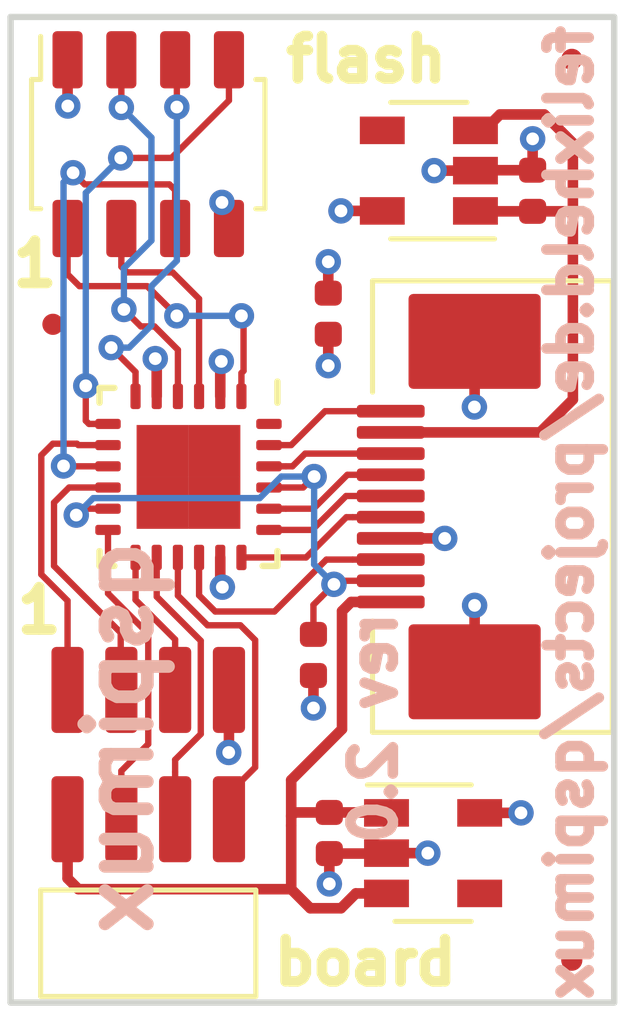
<source format=kicad_pcb>
(kicad_pcb (version 20171130) (host pcbnew "(5.1.0-rc2-47-g6eb84e42f)")

  (general
    (thickness 1.6)
    (drawings 11)
    (tracks 222)
    (zones 0)
    (modules 13)
    (nets 24)
  )

  (page A4)
  (layers
    (0 F.Cu signal)
    (1 In1.Cu signal)
    (2 In2.Cu signal)
    (31 B.Cu signal)
    (32 B.Adhes user)
    (33 F.Adhes user)
    (34 B.Paste user)
    (35 F.Paste user)
    (36 B.SilkS user)
    (37 F.SilkS user)
    (38 B.Mask user)
    (39 F.Mask user)
    (40 Dwgs.User user)
    (41 Cmts.User user)
    (42 Eco1.User user)
    (43 Eco2.User user)
    (44 Edge.Cuts user)
    (45 Margin user)
    (46 B.CrtYd user)
    (47 F.CrtYd user)
    (48 B.Fab user hide)
    (49 F.Fab user hide)
  )

  (setup
    (last_trace_width 0.15)
    (trace_clearance 0.15)
    (zone_clearance 0.15)
    (zone_45_only no)
    (trace_min 0.15)
    (via_size 0.6)
    (via_drill 0.3)
    (via_min_size 0.4)
    (via_min_drill 0.3)
    (uvia_size 0.3)
    (uvia_drill 0.1)
    (uvias_allowed no)
    (uvia_min_size 0.2)
    (uvia_min_drill 0.1)
    (edge_width 0.15)
    (segment_width 0.2)
    (pcb_text_width 0.3)
    (pcb_text_size 1.5 1.5)
    (mod_edge_width 0.15)
    (mod_text_size 1 1)
    (mod_text_width 0.15)
    (pad_size 1.225 1.225)
    (pad_drill 0)
    (pad_to_mask_clearance 0.1)
    (aux_axis_origin 0 0)
    (visible_elements 7FFFFFFF)
    (pcbplotparams
      (layerselection 0x010fc_ffffffff)
      (usegerberextensions true)
      (usegerberattributes false)
      (usegerberadvancedattributes false)
      (creategerberjobfile false)
      (excludeedgelayer true)
      (linewidth 0.100000)
      (plotframeref false)
      (viasonmask false)
      (mode 1)
      (useauxorigin false)
      (hpglpennumber 1)
      (hpglpenspeed 20)
      (hpglpendiameter 15.000000)
      (psnegative false)
      (psa4output false)
      (plotreference true)
      (plotvalue true)
      (plotinvisibletext false)
      (padsonsilk false)
      (subtractmaskfromsilk false)
      (outputformat 1)
      (mirror false)
      (drillshape 0)
      (scaleselection 1)
      (outputdirectory "../gerber/qspimux/"))
  )

  (net 0 "")
  (net 1 GND)
  (net 2 /~CS_PROG)
  (net 3 /IO1_DO_PROG)
  (net 4 /IO3_~HOLD_PROG)
  (net 5 /IO2_~WP_PROG)
  (net 6 /CLK_PROG)
  (net 7 /IO0_DI_PROG)
  (net 8 /MUX_SEL)
  (net 9 /VCC_BOARD)
  (net 10 /~CS_FLASH)
  (net 11 /VCC_FLASH)
  (net 12 /IO0_DO_FLASH)
  (net 13 /IO3_~HOLD_FLASH)
  (net 14 /IO2_~WP_FLASH)
  (net 15 /CLK_FLASH)
  (net 16 /IO0_DI_FLASH)
  (net 17 /~CS_BOARD)
  (net 18 /IO0_DO_BOARD)
  (net 19 /IO3_~HOLD_BOARD)
  (net 20 /IO2_~WP_BOARD)
  (net 21 /CLK_BOARD)
  (net 22 /IO0_DI_BOARD)
  (net 23 /VCC_PROG)

  (net_class Default "This is the default net class."
    (clearance 0.15)
    (trace_width 0.15)
    (via_dia 0.6)
    (via_drill 0.3)
    (uvia_dia 0.3)
    (uvia_drill 0.1)
    (add_net /CLK_BOARD)
    (add_net /CLK_FLASH)
    (add_net /CLK_PROG)
    (add_net /IO0_DI_BOARD)
    (add_net /IO0_DI_FLASH)
    (add_net /IO0_DI_PROG)
    (add_net /IO0_DO_BOARD)
    (add_net /IO0_DO_FLASH)
    (add_net /IO1_DO_PROG)
    (add_net /IO2_~WP_BOARD)
    (add_net /IO2_~WP_FLASH)
    (add_net /IO2_~WP_PROG)
    (add_net /IO3_~HOLD_BOARD)
    (add_net /IO3_~HOLD_FLASH)
    (add_net /IO3_~HOLD_PROG)
    (add_net /MUX_SEL)
    (add_net /~CS_BOARD)
    (add_net /~CS_FLASH)
    (add_net /~CS_PROG)
  )

  (net_class power ""
    (clearance 0.15)
    (trace_width 0.25)
    (via_dia 0.6)
    (via_drill 0.3)
    (uvia_dia 0.3)
    (uvia_drill 0.1)
    (add_net /VCC_BOARD)
    (add_net /VCC_FLASH)
    (add_net /VCC_PROG)
    (add_net GND)
  )

  (module qspimux-footprints:CLP-104-02-F-DH-A (layer F.Cu) (tedit 5C8954D1) (tstamp 5C898939)
    (at 94.25 50.25 180)
    (path /5B60D78F)
    (fp_text reference J102 (at 0 -3.81 180) (layer F.Fab)
      (effects (font (size 1 1) (thickness 0.15)))
    )
    (fp_text value Conn_02x04_Odd_Even (at 0 -5.08 180) (layer F.Fab)
      (effects (font (size 1 1) (thickness 0.15)))
    )
    (fp_line (start 2.755 -1.525) (end 2.755 1.525) (layer F.SilkS) (width 0.12))
    (fp_line (start -2.755 -1.525) (end -2.755 1.525) (layer F.SilkS) (width 0.12))
    (fp_line (start -2.755 -1.525) (end -2.54 -1.525) (layer F.SilkS) (width 0.12))
    (fp_line (start 2.755 -1.525) (end 2.54 -1.525) (layer F.SilkS) (width 0.12))
    (fp_line (start -2.755 1.525) (end -2.54 1.525) (layer F.SilkS) (width 0.12))
    (fp_line (start 2.755 1.525) (end 2.54 1.525) (layer F.SilkS) (width 0.12))
    (fp_line (start 2.54 1.525) (end 2.54 2.54) (layer F.SilkS) (width 0.12))
    (fp_line (start -3.048 2.921) (end 3.048 2.921) (layer F.CrtYd) (width 0.05))
    (fp_line (start 3.048 2.921) (end 3.048 -2.921) (layer F.CrtYd) (width 0.05))
    (fp_line (start 3.048 -2.921) (end -3.048 -2.921) (layer F.CrtYd) (width 0.05))
    (fp_line (start -3.048 -2.921) (end -3.048 2.921) (layer F.CrtYd) (width 0.05))
    (pad 1 smd roundrect (at 1.905 1.99 180) (size 0.711 1.35) (layers F.Cu F.Paste F.Mask) (roundrect_rratio 0.15)
      (net 11 /VCC_FLASH))
    (pad 2 smd roundrect (at 1.905 -1.99 180) (size 0.711 1.35) (layers F.Cu F.Paste F.Mask) (roundrect_rratio 0.15)
      (net 10 /~CS_FLASH))
    (pad 3 smd roundrect (at 0.635 1.99 180) (size 0.711 1.35) (layers F.Cu F.Paste F.Mask) (roundrect_rratio 0.15)
      (net 13 /IO3_~HOLD_FLASH))
    (pad 4 smd roundrect (at 0.635 -1.99 180) (size 0.711 1.35) (layers F.Cu F.Paste F.Mask) (roundrect_rratio 0.15)
      (net 12 /IO0_DO_FLASH))
    (pad 5 smd roundrect (at -0.635 1.99 180) (size 0.711 1.35) (layers F.Cu F.Paste F.Mask) (roundrect_rratio 0.15)
      (net 15 /CLK_FLASH))
    (pad 6 smd roundrect (at -0.635 -1.99 180) (size 0.711 1.35) (layers F.Cu F.Paste F.Mask) (roundrect_rratio 0.15)
      (net 14 /IO2_~WP_FLASH))
    (pad 7 smd roundrect (at -1.905 1.99 180) (size 0.711 1.35) (layers F.Cu F.Paste F.Mask) (roundrect_rratio 0.15)
      (net 16 /IO0_DI_FLASH))
    (pad 8 smd roundrect (at -1.905 -1.99 180) (size 0.711 1.35) (layers F.Cu F.Paste F.Mask) (roundrect_rratio 0.15)
      (net 1 GND))
  )

  (module qspimux-footprints:FTSH-104-01-F-DH-A (layer F.Cu) (tedit 5C894E8F) (tstamp 5C897E89)
    (at 94.25 64.65 180)
    (path /5B60D7DE)
    (fp_text reference J103 (at 0 3.81 180) (layer F.Fab)
      (effects (font (size 1 1) (thickness 0.15)))
    )
    (fp_text value Conn_02x04_Odd_Even (at 0 5.08 180) (layer F.Fab)
      (effects (font (size 1 1) (thickness 0.15)))
    )
    (fp_line (start -2.794 -6.35) (end -2.794 3.048) (layer F.CrtYd) (width 0.05))
    (fp_line (start 2.794 -6.35) (end -2.794 -6.35) (layer F.CrtYd) (width 0.05))
    (fp_line (start 2.794 3.048) (end 2.794 -6.35) (layer F.CrtYd) (width 0.05))
    (fp_line (start -2.794 3.048) (end 2.794 3.048) (layer F.CrtYd) (width 0.05))
    (fp_line (start -2.54 -3.195) (end -2.54 -5.705) (layer F.SilkS) (width 0.12))
    (fp_line (start 2.54 -3.195) (end -2.54 -3.195) (layer F.SilkS) (width 0.12))
    (fp_line (start 2.54 -5.705) (end 2.54 -3.195) (layer F.SilkS) (width 0.12))
    (fp_line (start -2.54 -5.705) (end 2.54 -5.705) (layer F.SilkS) (width 0.12))
    (pad 8 smd roundrect (at -1.905 1.525 180) (size 0.76 2.03) (layers F.Cu F.Paste F.Mask) (roundrect_rratio 0.15)
      (net 1 GND))
    (pad 7 smd roundrect (at -1.905 -1.525 180) (size 0.76 2.03) (layers F.Cu F.Paste F.Mask) (roundrect_rratio 0.15)
      (net 22 /IO0_DI_BOARD))
    (pad 6 smd roundrect (at -0.635 1.525 180) (size 0.76 2.03) (layers F.Cu F.Paste F.Mask) (roundrect_rratio 0.15)
      (net 20 /IO2_~WP_BOARD))
    (pad 5 smd roundrect (at -0.635 -1.525 180) (size 0.76 2.03) (layers F.Cu F.Paste F.Mask) (roundrect_rratio 0.15)
      (net 21 /CLK_BOARD))
    (pad 4 smd roundrect (at 0.635 1.525 180) (size 0.76 2.03) (layers F.Cu F.Paste F.Mask) (roundrect_rratio 0.15)
      (net 18 /IO0_DO_BOARD))
    (pad 3 smd roundrect (at 0.635 -1.525 180) (size 0.76 2.03) (layers F.Cu F.Paste F.Mask) (roundrect_rratio 0.15)
      (net 19 /IO3_~HOLD_BOARD))
    (pad 2 smd roundrect (at 1.905 1.525 180) (size 0.76 2.03) (layers F.Cu F.Paste F.Mask) (roundrect_rratio 0.15)
      (net 17 /~CS_BOARD))
    (pad 1 smd roundrect (at 1.905 -1.525 180) (size 0.76 2.03) (layers F.Cu F.Paste F.Mask) (roundrect_rratio 0.15)
      (net 9 /VCC_BOARD))
  )

  (module Fiducial:Fiducial_0.5mm_Dia_1mm_Outer (layer F.Cu) (tedit 5B7CC6DE) (tstamp 5C9080F0)
    (at 104.25 69.5)
    (descr "Circular Fiducial, 0.5mm bare copper top; 1mm keepout (Level C)")
    (tags marker)
    (attr virtual)
    (fp_text reference REF** (at 0 -1.5) (layer F.Fab)
      (effects (font (size 1 1) (thickness 0.15)))
    )
    (fp_text value Fiducial_0.5mm_Dia_1mm_Outer (at 0 1.5) (layer F.Fab)
      (effects (font (size 1 1) (thickness 0.15)))
    )
    (fp_circle (center 0 0) (end 0.75 0) (layer F.CrtYd) (width 0.05))
    (fp_text user %R (at 0 0) (layer F.Fab)
      (effects (font (size 0.2 0.2) (thickness 0.04)))
    )
    (fp_circle (center 0 0) (end 0.5 0) (layer F.Fab) (width 0.1))
    (pad ~ smd circle (at 0 0) (size 0.5 0.5) (layers F.Cu F.Mask)
      (solder_mask_margin 0.25) (clearance 0.25))
  )

  (module Resistor_SMD:R_0402_1005Metric (layer F.Cu) (tedit 5B6B3511) (tstamp 5B6B2FB1)
    (at 98.15 62.3 90)
    (descr "Resistor SMD 0402 (1005 Metric), square (rectangular) end terminal, IPC_7351 nominal, (Body size source: http://www.tortai-tech.com/upload/download/2011102023233369053.pdf), generated with kicad-footprint-generator")
    (tags resistor)
    (path /5B6B5372)
    (attr smd)
    (fp_text reference R101 (at 0 -1.17 90) (layer F.Fab)
      (effects (font (size 1 1) (thickness 0.15)))
    )
    (fp_text value 4k7 (at 0 1.17 90) (layer F.Fab)
      (effects (font (size 1 1) (thickness 0.15)))
    )
    (fp_line (start -0.5 0.25) (end -0.5 -0.25) (layer F.Fab) (width 0.1))
    (fp_line (start -0.5 -0.25) (end 0.5 -0.25) (layer F.Fab) (width 0.1))
    (fp_line (start 0.5 -0.25) (end 0.5 0.25) (layer F.Fab) (width 0.1))
    (fp_line (start 0.5 0.25) (end -0.5 0.25) (layer F.Fab) (width 0.1))
    (fp_line (start -0.93 0.47) (end -0.93 -0.47) (layer F.CrtYd) (width 0.05))
    (fp_line (start -0.93 -0.47) (end 0.93 -0.47) (layer F.CrtYd) (width 0.05))
    (fp_line (start 0.93 -0.47) (end 0.93 0.47) (layer F.CrtYd) (width 0.05))
    (fp_line (start 0.93 0.47) (end -0.93 0.47) (layer F.CrtYd) (width 0.05))
    (fp_text user %R (at 0 0 90) (layer F.Fab)
      (effects (font (size 0.25 0.25) (thickness 0.04)))
    )
    (pad 1 smd roundrect (at -0.485 0 90) (size 0.59 0.64) (layers F.Cu F.Paste F.Mask) (roundrect_rratio 0.25)
      (net 11 /VCC_FLASH))
    (pad 2 smd roundrect (at 0.485 0 90) (size 0.59 0.64) (layers F.Cu F.Paste F.Mask) (roundrect_rratio 0.25)
      (net 8 /MUX_SEL))
    (model ${KISYS3DMOD}/Resistor_SMD.3dshapes/R_0402_1005Metric.wrl
      (at (xyz 0 0 0))
      (scale (xyz 1 1 1))
      (rotate (xyz 0 0 0))
    )
  )

  (module Capacitor_SMD:C_0402_1005Metric (layer F.Cu) (tedit 5B6B3509) (tstamp 5B6B3BFF)
    (at 98.5 54.25 90)
    (descr "Capacitor SMD 0402 (1005 Metric), square (rectangular) end terminal, IPC_7351 nominal, (Body size source: http://www.tortai-tech.com/upload/download/2011102023233369053.pdf), generated with kicad-footprint-generator")
    (tags capacitor)
    (path /5B6EA565)
    (attr smd)
    (fp_text reference C101 (at 0 -1.17 90) (layer F.Fab)
      (effects (font (size 1 1) (thickness 0.15)))
    )
    (fp_text value 100n (at 0 1.17 90) (layer F.Fab)
      (effects (font (size 1 1) (thickness 0.15)))
    )
    (fp_line (start -0.5 0.25) (end -0.5 -0.25) (layer F.Fab) (width 0.1))
    (fp_line (start -0.5 -0.25) (end 0.5 -0.25) (layer F.Fab) (width 0.1))
    (fp_line (start 0.5 -0.25) (end 0.5 0.25) (layer F.Fab) (width 0.1))
    (fp_line (start 0.5 0.25) (end -0.5 0.25) (layer F.Fab) (width 0.1))
    (fp_line (start -0.93 0.47) (end -0.93 -0.47) (layer F.CrtYd) (width 0.05))
    (fp_line (start -0.93 -0.47) (end 0.93 -0.47) (layer F.CrtYd) (width 0.05))
    (fp_line (start 0.93 -0.47) (end 0.93 0.47) (layer F.CrtYd) (width 0.05))
    (fp_line (start 0.93 0.47) (end -0.93 0.47) (layer F.CrtYd) (width 0.05))
    (fp_text user %R (at 0 0 90) (layer F.Fab)
      (effects (font (size 0.25 0.25) (thickness 0.04)))
    )
    (pad 1 smd roundrect (at -0.485 0 90) (size 0.59 0.64) (layers F.Cu F.Paste F.Mask) (roundrect_rratio 0.25)
      (net 11 /VCC_FLASH))
    (pad 2 smd roundrect (at 0.485 0 90) (size 0.59 0.64) (layers F.Cu F.Paste F.Mask) (roundrect_rratio 0.25)
      (net 1 GND))
    (model ${KISYS3DMOD}/Capacitor_SMD.3dshapes/C_0402_1005Metric.wrl
      (at (xyz 0 0 0))
      (scale (xyz 1 1 1))
      (rotate (xyz 0 0 0))
    )
  )

  (module Package_TO_SOT_SMD:SOT-23-5 (layer F.Cu) (tedit 5B77C24F) (tstamp 5C905D87)
    (at 100.975 66.975)
    (descr "5-pin SOT23 package")
    (tags SOT-23-5)
    (path /5B781CF7)
    (attr smd)
    (fp_text reference U102 (at 0 -2.9) (layer F.Fab)
      (effects (font (size 1 1) (thickness 0.15)))
    )
    (fp_text value MAX40200AUK (at 0 2.9) (layer F.Fab)
      (effects (font (size 1 1) (thickness 0.15)))
    )
    (fp_text user %R (at 0 0 90) (layer F.Fab)
      (effects (font (size 0.5 0.5) (thickness 0.075)))
    )
    (fp_line (start -0.9 1.61) (end 0.9 1.61) (layer F.SilkS) (width 0.12))
    (fp_line (start 0.9 -1.61) (end -1.55 -1.61) (layer F.SilkS) (width 0.12))
    (fp_line (start -1.9 -1.8) (end 1.9 -1.8) (layer F.CrtYd) (width 0.05))
    (fp_line (start 1.9 -1.8) (end 1.9 1.8) (layer F.CrtYd) (width 0.05))
    (fp_line (start 1.9 1.8) (end -1.9 1.8) (layer F.CrtYd) (width 0.05))
    (fp_line (start -1.9 1.8) (end -1.9 -1.8) (layer F.CrtYd) (width 0.05))
    (fp_line (start -0.9 -0.9) (end -0.25 -1.55) (layer F.Fab) (width 0.1))
    (fp_line (start 0.9 -1.55) (end -0.25 -1.55) (layer F.Fab) (width 0.1))
    (fp_line (start -0.9 -0.9) (end -0.9 1.55) (layer F.Fab) (width 0.1))
    (fp_line (start 0.9 1.55) (end -0.9 1.55) (layer F.Fab) (width 0.1))
    (fp_line (start 0.9 -1.55) (end 0.9 1.55) (layer F.Fab) (width 0.1))
    (pad 1 smd rect (at -1.1 -0.95) (size 1.06 0.65) (layers F.Cu F.Paste F.Mask)
      (net 9 /VCC_BOARD))
    (pad 2 smd rect (at -1.1 0) (size 1.06 0.65) (layers F.Cu F.Paste F.Mask)
      (net 1 GND))
    (pad 3 smd rect (at -1.1 0.95) (size 1.06 0.65) (layers F.Cu F.Paste F.Mask)
      (net 9 /VCC_BOARD))
    (pad 4 smd rect (at 1.1 0.95) (size 1.06 0.65) (layers F.Cu F.Paste F.Mask))
    (pad 5 smd rect (at 1.1 -0.95) (size 1.06 0.65) (layers F.Cu F.Paste F.Mask)
      (net 11 /VCC_FLASH))
    (model ${KISYS3DMOD}/Package_TO_SOT_SMD.3dshapes/SOT-23-5.wrl
      (at (xyz 0 0 0))
      (scale (xyz 1 1 1))
      (rotate (xyz 0 0 0))
    )
  )

  (module Package_TO_SOT_SMD:SOT-23-5 (layer F.Cu) (tedit 5B77C255) (tstamp 5C9062E6)
    (at 100.875 50.875 180)
    (descr "5-pin SOT23 package")
    (tags SOT-23-5)
    (path /5B781D59)
    (attr smd)
    (fp_text reference U103 (at 0 -2.9 180) (layer F.Fab)
      (effects (font (size 1 1) (thickness 0.15)))
    )
    (fp_text value MAX40200AUK (at 0 2.9 180) (layer F.Fab)
      (effects (font (size 1 1) (thickness 0.15)))
    )
    (fp_line (start 0.9 -1.55) (end 0.9 1.55) (layer F.Fab) (width 0.1))
    (fp_line (start 0.9 1.55) (end -0.9 1.55) (layer F.Fab) (width 0.1))
    (fp_line (start -0.9 -0.9) (end -0.9 1.55) (layer F.Fab) (width 0.1))
    (fp_line (start 0.9 -1.55) (end -0.25 -1.55) (layer F.Fab) (width 0.1))
    (fp_line (start -0.9 -0.9) (end -0.25 -1.55) (layer F.Fab) (width 0.1))
    (fp_line (start -1.9 1.8) (end -1.9 -1.8) (layer F.CrtYd) (width 0.05))
    (fp_line (start 1.9 1.8) (end -1.9 1.8) (layer F.CrtYd) (width 0.05))
    (fp_line (start 1.9 -1.8) (end 1.9 1.8) (layer F.CrtYd) (width 0.05))
    (fp_line (start -1.9 -1.8) (end 1.9 -1.8) (layer F.CrtYd) (width 0.05))
    (fp_line (start 0.9 -1.61) (end -1.55 -1.61) (layer F.SilkS) (width 0.12))
    (fp_line (start -0.9 1.61) (end 0.9 1.61) (layer F.SilkS) (width 0.12))
    (fp_text user %R (at 0 0 270) (layer F.Fab)
      (effects (font (size 0.5 0.5) (thickness 0.075)))
    )
    (pad 5 smd rect (at 1.1 -0.95 180) (size 1.06 0.65) (layers F.Cu F.Paste F.Mask)
      (net 11 /VCC_FLASH))
    (pad 4 smd rect (at 1.1 0.95 180) (size 1.06 0.65) (layers F.Cu F.Paste F.Mask))
    (pad 3 smd rect (at -1.1 0.95 180) (size 1.06 0.65) (layers F.Cu F.Paste F.Mask)
      (net 23 /VCC_PROG))
    (pad 2 smd rect (at -1.1 0 180) (size 1.06 0.65) (layers F.Cu F.Paste F.Mask)
      (net 1 GND))
    (pad 1 smd rect (at -1.1 -0.95 180) (size 1.06 0.65) (layers F.Cu F.Paste F.Mask)
      (net 23 /VCC_PROG))
    (model ${KISYS3DMOD}/Package_TO_SOT_SMD.3dshapes/SOT-23-5.wrl
      (at (xyz 0 0 0))
      (scale (xyz 1 1 1))
      (rotate (xyz 0 0 0))
    )
  )

  (module Capacitor_SMD:C_0402_1005Metric (layer F.Cu) (tedit 5B77C3C4) (tstamp 5C905D57)
    (at 98.525 66.5 270)
    (descr "Capacitor SMD 0402 (1005 Metric), square (rectangular) end terminal, IPC_7351 nominal, (Body size source: http://www.tortai-tech.com/upload/download/2011102023233369053.pdf), generated with kicad-footprint-generator")
    (tags capacitor)
    (path /5B7C2CDA)
    (attr smd)
    (fp_text reference C102 (at 0 -1.17 270) (layer F.Fab)
      (effects (font (size 1 1) (thickness 0.15)))
    )
    (fp_text value 100n (at 0 1.17 270) (layer F.Fab)
      (effects (font (size 1 1) (thickness 0.15)))
    )
    (fp_text user %R (at 0 0 270) (layer F.Fab)
      (effects (font (size 0.25 0.25) (thickness 0.04)))
    )
    (fp_line (start 0.93 0.47) (end -0.93 0.47) (layer F.CrtYd) (width 0.05))
    (fp_line (start 0.93 -0.47) (end 0.93 0.47) (layer F.CrtYd) (width 0.05))
    (fp_line (start -0.93 -0.47) (end 0.93 -0.47) (layer F.CrtYd) (width 0.05))
    (fp_line (start -0.93 0.47) (end -0.93 -0.47) (layer F.CrtYd) (width 0.05))
    (fp_line (start 0.5 0.25) (end -0.5 0.25) (layer F.Fab) (width 0.1))
    (fp_line (start 0.5 -0.25) (end 0.5 0.25) (layer F.Fab) (width 0.1))
    (fp_line (start -0.5 -0.25) (end 0.5 -0.25) (layer F.Fab) (width 0.1))
    (fp_line (start -0.5 0.25) (end -0.5 -0.25) (layer F.Fab) (width 0.1))
    (pad 2 smd roundrect (at 0.485 0 270) (size 0.59 0.64) (layers F.Cu F.Paste F.Mask) (roundrect_rratio 0.25)
      (net 1 GND))
    (pad 1 smd roundrect (at -0.485 0 270) (size 0.59 0.64) (layers F.Cu F.Paste F.Mask) (roundrect_rratio 0.25)
      (net 9 /VCC_BOARD))
    (model ${KISYS3DMOD}/Capacitor_SMD.3dshapes/C_0402_1005Metric.wrl
      (at (xyz 0 0 0))
      (scale (xyz 1 1 1))
      (rotate (xyz 0 0 0))
    )
  )

  (module Capacitor_SMD:C_0402_1005Metric (layer F.Cu) (tedit 5B77C3C9) (tstamp 5C9062B6)
    (at 103.325 51.35 90)
    (descr "Capacitor SMD 0402 (1005 Metric), square (rectangular) end terminal, IPC_7351 nominal, (Body size source: http://www.tortai-tech.com/upload/download/2011102023233369053.pdf), generated with kicad-footprint-generator")
    (tags capacitor)
    (path /5B7BD066)
    (attr smd)
    (fp_text reference C103 (at 0 -1.17 90) (layer F.Fab)
      (effects (font (size 1 1) (thickness 0.15)))
    )
    (fp_text value 100n (at 0 1.17 90) (layer F.Fab)
      (effects (font (size 1 1) (thickness 0.15)))
    )
    (fp_line (start -0.5 0.25) (end -0.5 -0.25) (layer F.Fab) (width 0.1))
    (fp_line (start -0.5 -0.25) (end 0.5 -0.25) (layer F.Fab) (width 0.1))
    (fp_line (start 0.5 -0.25) (end 0.5 0.25) (layer F.Fab) (width 0.1))
    (fp_line (start 0.5 0.25) (end -0.5 0.25) (layer F.Fab) (width 0.1))
    (fp_line (start -0.93 0.47) (end -0.93 -0.47) (layer F.CrtYd) (width 0.05))
    (fp_line (start -0.93 -0.47) (end 0.93 -0.47) (layer F.CrtYd) (width 0.05))
    (fp_line (start 0.93 -0.47) (end 0.93 0.47) (layer F.CrtYd) (width 0.05))
    (fp_line (start 0.93 0.47) (end -0.93 0.47) (layer F.CrtYd) (width 0.05))
    (fp_text user %R (at 0 0 90) (layer F.Fab)
      (effects (font (size 0.25 0.25) (thickness 0.04)))
    )
    (pad 1 smd roundrect (at -0.485 0 90) (size 0.59 0.64) (layers F.Cu F.Paste F.Mask) (roundrect_rratio 0.25)
      (net 23 /VCC_PROG))
    (pad 2 smd roundrect (at 0.485 0 90) (size 0.59 0.64) (layers F.Cu F.Paste F.Mask) (roundrect_rratio 0.25)
      (net 1 GND))
    (model ${KISYS3DMOD}/Capacitor_SMD.3dshapes/C_0402_1005Metric.wrl
      (at (xyz 0 0 0))
      (scale (xyz 1 1 1))
      (rotate (xyz 0 0 0))
    )
  )

  (module Fiducial:Fiducial_0.5mm_Dia_1mm_Outer (layer F.Cu) (tedit 5B7CC6E3) (tstamp 5B7D5492)
    (at 104.25 48.25)
    (descr "Circular Fiducial, 0.5mm bare copper top; 1mm keepout (Level C)")
    (tags marker)
    (attr virtual)
    (fp_text reference REF** (at 0 -1.5) (layer F.Fab)
      (effects (font (size 1 1) (thickness 0.15)))
    )
    (fp_text value Fiducial_0.5mm_Dia_1mm_Outer (at 0 1.5) (layer F.Fab)
      (effects (font (size 1 1) (thickness 0.15)))
    )
    (fp_circle (center 0 0) (end 0.75 0) (layer F.CrtYd) (width 0.05))
    (fp_text user %R (at 0 0) (layer F.Fab)
      (effects (font (size 0.2 0.2) (thickness 0.04)))
    )
    (fp_circle (center 0 0) (end 0.5 0) (layer F.Fab) (width 0.1))
    (pad ~ smd circle (at 0 0) (size 0.5 0.5) (layers F.Cu F.Mask)
      (solder_mask_margin 0.25) (clearance 0.25))
  )

  (module Fiducial:Fiducial_0.5mm_Dia_1mm_Outer (layer F.Cu) (tedit 5B7CC6D9) (tstamp 5C908118)
    (at 92 54.5)
    (descr "Circular Fiducial, 0.5mm bare copper top; 1mm keepout (Level C)")
    (tags marker)
    (attr virtual)
    (fp_text reference REF** (at 0 -1.5) (layer F.Fab)
      (effects (font (size 1 1) (thickness 0.15)))
    )
    (fp_text value Fiducial_0.5mm_Dia_1mm_Outer (at 0 1.5) (layer F.Fab)
      (effects (font (size 1 1) (thickness 0.15)))
    )
    (fp_circle (center 0 0) (end 0.5 0) (layer F.Fab) (width 0.1))
    (fp_text user %R (at 0 0) (layer F.Fab)
      (effects (font (size 0.2 0.2) (thickness 0.04)))
    )
    (fp_circle (center 0 0) (end 0.75 0) (layer F.CrtYd) (width 0.05))
    (pad ~ smd circle (at 0 0) (size 0.5 0.5) (layers F.Cu F.Mask)
      (solder_mask_margin 0.25) (clearance 0.25))
  )

  (module qspimux-footprints:QFN-24_1EP_3.9x3.9mm_Pitch0.5mm (layer F.Cu) (tedit 5B7CC4BA) (tstamp 5C86A88F)
    (at 95.2 58.1 270)
    (path /5B4D25B2)
    (attr smd)
    (fp_text reference U101 (at 0 -3.2 270) (layer F.Fab)
      (effects (font (size 1 1) (thickness 0.15)))
    )
    (fp_text value TS3A27518ERTWR (at 0 3.2 270) (layer F.Fab)
      (effects (font (size 1 1) (thickness 0.15)))
    )
    (fp_line (start -0.95 -1.95) (end -1.95 -0.95) (layer F.Fab) (width 0.15))
    (fp_line (start -1.95 -0.95) (end -1.95 1.95) (layer F.Fab) (width 0.15))
    (fp_line (start -1.95 1.95) (end 1.95 1.95) (layer F.Fab) (width 0.15))
    (fp_line (start 1.95 1.95) (end 1.95 -1.95) (layer F.Fab) (width 0.15))
    (fp_line (start 1.95 -1.95) (end -0.95 -1.95) (layer F.Fab) (width 0.15))
    (fp_line (start 1.75 -2.1) (end 2.1 -2.1) (layer F.SilkS) (width 0.15))
    (fp_line (start 2.1 -2.1) (end 2.1 -1.75) (layer F.SilkS) (width 0.15))
    (fp_line (start 1.75 2.1) (end 2.1 2.1) (layer F.SilkS) (width 0.15))
    (fp_line (start 2.1 2.1) (end 2.1 1.75) (layer F.SilkS) (width 0.15))
    (fp_line (start -1.75 2.1) (end -2.1 2.1) (layer F.SilkS) (width 0.15))
    (fp_line (start -2.1 2.1) (end -2.1 1.75) (layer F.SilkS) (width 0.15))
    (fp_line (start -1.75 -2.1) (end -2.25 -2.1) (layer F.SilkS) (width 0.15))
    (fp_line (start -2.5 -2.5) (end 2.5 -2.5) (layer F.CrtYd) (width 0.05))
    (fp_line (start 2.5 -2.5) (end 2.5 2.5) (layer F.CrtYd) (width 0.05))
    (fp_line (start 2.5 2.5) (end -2.5 2.5) (layer F.CrtYd) (width 0.05))
    (fp_line (start -2.5 2.5) (end -2.5 -2.5) (layer F.CrtYd) (width 0.05))
    (pad 1 smd roundrect (at -1.9 -1.25) (size 0.24 0.6) (layers F.Cu F.Paste F.Mask) (roundrect_rratio 0.25)
      (net 10 /~CS_FLASH))
    (pad 2 smd roundrect (at -1.9 -0.75) (size 0.24 0.6) (layers F.Cu F.Paste F.Mask) (roundrect_rratio 0.25)
      (net 1 GND))
    (pad 3 smd roundrect (at -1.9 -0.25) (size 0.24 0.6) (layers F.Cu F.Paste F.Mask) (roundrect_rratio 0.25)
      (net 12 /IO0_DO_FLASH))
    (pad 4 smd roundrect (at -1.9 0.25) (size 0.24 0.6) (layers F.Cu F.Paste F.Mask) (roundrect_rratio 0.25)
      (net 13 /IO3_~HOLD_FLASH))
    (pad 5 smd roundrect (at -1.9 0.75) (size 0.24 0.6) (layers F.Cu F.Paste F.Mask) (roundrect_rratio 0.25)
      (net 11 /VCC_FLASH))
    (pad 6 smd roundrect (at -1.9 1.25) (size 0.24 0.6) (layers F.Cu F.Paste F.Mask) (roundrect_rratio 0.25)
      (net 15 /CLK_FLASH))
    (pad 7 smd roundrect (at -1.25 1.9 270) (size 0.24 0.6) (layers F.Cu F.Paste F.Mask) (roundrect_rratio 0.25)
      (net 16 /IO0_DI_FLASH))
    (pad 8 smd roundrect (at -0.75 1.9 270) (size 0.24 0.6) (layers F.Cu F.Paste F.Mask) (roundrect_rratio 0.25)
      (net 17 /~CS_BOARD))
    (pad 9 smd roundrect (at -0.25 1.9 270) (size 0.24 0.6) (layers F.Cu F.Paste F.Mask) (roundrect_rratio 0.25)
      (net 14 /IO2_~WP_FLASH))
    (pad 10 smd roundrect (at 0.25 1.9 270) (size 0.24 0.6) (layers F.Cu F.Paste F.Mask) (roundrect_rratio 0.25)
      (net 18 /IO0_DO_BOARD))
    (pad 11 smd roundrect (at 0.75 1.9 270) (size 0.24 0.6) (layers F.Cu F.Paste F.Mask) (roundrect_rratio 0.25)
      (net 8 /MUX_SEL))
    (pad 12 smd roundrect (at 1.25 1.9 270) (size 0.24 0.6) (layers F.Cu F.Paste F.Mask) (roundrect_rratio 0.25)
      (net 19 /IO3_~HOLD_BOARD))
    (pad 13 smd roundrect (at 1.9 1.25) (size 0.24 0.6) (layers F.Cu F.Paste F.Mask) (roundrect_rratio 0.25)
      (net 20 /IO2_~WP_BOARD))
    (pad 14 smd roundrect (at 1.9 0.75) (size 0.24 0.6) (layers F.Cu F.Paste F.Mask) (roundrect_rratio 0.25)
      (net 21 /CLK_BOARD))
    (pad 15 smd roundrect (at 1.9 0.25) (size 0.24 0.6) (layers F.Cu F.Paste F.Mask) (roundrect_rratio 0.25)
      (net 22 /IO0_DI_BOARD))
    (pad 16 smd roundrect (at 1.9 -0.25) (size 0.24 0.6) (layers F.Cu F.Paste F.Mask) (roundrect_rratio 0.25)
      (net 7 /IO0_DI_PROG))
    (pad 17 smd roundrect (at 1.9 -0.75) (size 0.24 0.6) (layers F.Cu F.Paste F.Mask) (roundrect_rratio 0.25)
      (net 1 GND))
    (pad 18 smd roundrect (at 1.9 -1.25) (size 0.24 0.6) (layers F.Cu F.Paste F.Mask) (roundrect_rratio 0.25)
      (net 6 /CLK_PROG))
    (pad 19 smd roundrect (at 1.25 -1.9 270) (size 0.24 0.6) (layers F.Cu F.Paste F.Mask) (roundrect_rratio 0.25)
      (net 5 /IO2_~WP_PROG))
    (pad 20 smd roundrect (at 0.75 -1.9 270) (size 0.24 0.6) (layers F.Cu F.Paste F.Mask) (roundrect_rratio 0.25)
      (net 4 /IO3_~HOLD_PROG))
    (pad 21 smd roundrect (at 0.25 -1.9 270) (size 0.24 0.6) (layers F.Cu F.Paste F.Mask) (roundrect_rratio 0.25)
      (net 8 /MUX_SEL))
    (pad 22 smd roundrect (at -0.25 -1.9 270) (size 0.24 0.6) (layers F.Cu F.Paste F.Mask) (roundrect_rratio 0.25)
      (net 3 /IO1_DO_PROG))
    (pad 23 smd roundrect (at -0.75 -1.9 270) (size 0.24 0.6) (layers F.Cu F.Paste F.Mask) (roundrect_rratio 0.25)
      (net 2 /~CS_PROG))
    (pad 24 smd roundrect (at -1.25 -1.9 270) (size 0.24 0.6) (layers F.Cu F.Paste F.Mask) (roundrect_rratio 0.25))
    (pad 25 smd rect (at -0.6125 -0.6125 270) (size 1.225 1.225) (layers F.Cu F.Paste F.Mask)
      (solder_paste_margin -0.1))
    (pad 25 smd rect (at -0.6125 0.6125 270) (size 1.225 1.225) (layers F.Cu F.Paste F.Mask)
      (solder_paste_margin -0.1))
    (pad 25 smd rect (at 0.6125 -0.6125 270) (size 1.225 1.225) (layers F.Cu F.Paste F.Mask)
      (solder_paste_margin -0.1))
    (pad 25 smd rect (at 0.6125 0.6125 270) (size 1.225 1.225) (layers F.Cu F.Paste F.Mask)
      (solder_paste_margin -0.1))
  )

  (module qspimux-footprints:ZF5S-10-01-T-WT (layer F.Cu) (tedit 5C8FD92E) (tstamp 5C902AD8)
    (at 99.975 58.8 90)
    (path /5C8FF89B)
    (fp_text reference J101 (at 0 6.2 90) (layer F.Fab)
      (effects (font (size 1 1) (thickness 0.15)))
    )
    (fp_text value Conn_01x10_MountingPin (at 0 7.7 90) (layer F.Fab)
      (effects (font (size 1 1) (thickness 0.15)))
    )
    (fp_line (start -2.7 -0.43) (end -5.325 -0.43) (layer F.SilkS) (width 0.12))
    (fp_line (start -5.325 -0.43) (end -5.325 5.23) (layer F.SilkS) (width 0.12))
    (fp_line (start -5.325 5.23) (end 5.325 5.23) (layer F.SilkS) (width 0.12))
    (fp_line (start 5.325 5.23) (end 5.325 -0.43) (layer F.SilkS) (width 0.12))
    (fp_line (start 5.325 -0.43) (end 2.7 -0.43) (layer F.SilkS) (width 0.12))
    (pad 1 smd roundrect (at -2.25 0 90) (size 0.3 1.6) (layers F.Cu F.Paste F.Mask) (roundrect_rratio 0.25)
      (net 9 /VCC_BOARD))
    (pad 2 smd roundrect (at -1.75 0 90) (size 0.3 1.6) (layers F.Cu F.Paste F.Mask) (roundrect_rratio 0.25)
      (net 8 /MUX_SEL))
    (pad 3 smd roundrect (at -1.25 0 90) (size 0.3 1.6) (layers F.Cu F.Paste F.Mask) (roundrect_rratio 0.25)
      (net 7 /IO0_DI_PROG))
    (pad 4 smd roundrect (at -0.75 0 90) (size 0.3 1.6) (layers F.Cu F.Paste F.Mask) (roundrect_rratio 0.25)
      (net 1 GND))
    (pad 5 smd roundrect (at -0.25 0 90) (size 0.3 1.6) (layers F.Cu F.Paste F.Mask) (roundrect_rratio 0.25)
      (net 6 /CLK_PROG))
    (pad 6 smd roundrect (at 0.25 0 90) (size 0.3 1.6) (layers F.Cu F.Paste F.Mask) (roundrect_rratio 0.25)
      (net 5 /IO2_~WP_PROG))
    (pad 7 smd roundrect (at 0.75 0 90) (size 0.3 1.6) (layers F.Cu F.Paste F.Mask) (roundrect_rratio 0.25)
      (net 4 /IO3_~HOLD_PROG))
    (pad 8 smd roundrect (at 1.25 0 90) (size 0.3 1.6) (layers F.Cu F.Paste F.Mask) (roundrect_rratio 0.25)
      (net 3 /IO1_DO_PROG))
    (pad 9 smd roundrect (at 1.75 0 90) (size 0.3 1.6) (layers F.Cu F.Paste F.Mask) (roundrect_rratio 0.25)
      (net 23 /VCC_PROG))
    (pad 10 smd roundrect (at 2.25 0 90) (size 0.3 1.6) (layers F.Cu F.Paste F.Mask) (roundrect_rratio 0.25)
      (net 2 /~CS_PROG))
    (pad MP smd roundrect (at -3.897 1.98 90) (size 2.24 3.12) (layers F.Cu F.Paste F.Mask) (roundrect_rratio 0.05)
      (net 1 GND))
    (pad MP smd roundrect (at 3.897 1.98 90) (size 2.24 3.12) (layers F.Cu F.Paste F.Mask) (roundrect_rratio 0.05)
      (net 1 GND))
  )

  (gr_text flash (at 99.4 48.25) (layer F.SilkS) (tstamp 5C908F22)
    (effects (font (size 1 1) (thickness 0.25)))
  )
  (gr_text board (at 99.375 69.55) (layer F.SilkS) (tstamp 5C908F18)
    (effects (font (size 1 1) (thickness 0.25)))
  )
  (gr_line (start 91 70.5) (end 91 47.25) (layer Edge.Cuts) (width 0.15) (tstamp 5C90810F))
  (gr_line (start 105.25 70.5) (end 91 70.5) (layer Edge.Cuts) (width 0.15))
  (gr_line (start 105.25 47.25) (end 105.25 70.5) (layer Edge.Cuts) (width 0.15))
  (gr_line (start 91 47.25) (end 105.25 47.25) (layer Edge.Cuts) (width 0.15))
  (gr_text 1 (at 91.675 61.25) (layer F.SilkS) (tstamp 5B7CA607)
    (effects (font (size 1 1) (thickness 0.25)))
  )
  (gr_text 1 (at 91.575 53.075) (layer F.SilkS)
    (effects (font (size 1 1) (thickness 0.25)))
  )
  (gr_text "rev 2.0" (at 99.575 64.025 90) (layer B.SilkS) (tstamp 5B77C84E)
    (effects (font (size 1 1) (thickness 0.25)) (justify mirror))
  )
  (gr_text felixheld.de/projects/qspimux (at 104.2 58.95 90) (layer B.SilkS)
    (effects (font (size 1 1) (thickness 0.25)) (justify mirror))
  )
  (gr_text qspimux (at 93.55 64.25 90) (layer B.SilkS)
    (effects (font (size 1.5 1.5) (thickness 0.3)) (justify mirror))
  )

  (via (at 101.250002 59.55) (size 0.6) (drill 0.3) (layers F.Cu B.Cu) (net 1))
  (segment (start 99.975 59.55) (end 101.250002 59.55) (width 0.25) (layer F.Cu) (net 1))
  (via (at 95.999594 60.700406) (size 0.6) (drill 0.3) (layers F.Cu B.Cu) (net 1))
  (segment (start 95.95 60) (end 95.95 60.650812) (width 0.25) (layer F.Cu) (net 1))
  (segment (start 95.95 60.650812) (end 95.999594 60.700406) (width 0.25) (layer F.Cu) (net 1))
  (via (at 96.15 64.599994) (size 0.6) (drill 0.3) (layers F.Cu B.Cu) (net 1))
  (segment (start 96.155 64.594994) (end 96.15 64.599994) (width 0.25) (layer F.Cu) (net 1))
  (segment (start 96.155 63.125) (end 96.155 64.594994) (width 0.25) (layer F.Cu) (net 1))
  (segment (start 99.865 66.985) (end 99.875 66.975) (width 0.25) (layer F.Cu) (net 1))
  (segment (start 98.525 66.985) (end 99.865 66.985) (width 0.25) (layer F.Cu) (net 1))
  (via (at 100.85 66.975) (size 0.6) (drill 0.3) (layers F.Cu B.Cu) (net 1))
  (segment (start 99.875 66.975) (end 100.85 66.975) (width 0.25) (layer F.Cu) (net 1))
  (via (at 98.525 67.7) (size 0.6) (drill 0.3) (layers F.Cu B.Cu) (net 1))
  (segment (start 98.525 66.985) (end 98.525 67.7) (width 0.25) (layer F.Cu) (net 1))
  (segment (start 101.955 62.697) (end 101.955 61.13) (width 0.25) (layer F.Cu) (net 1))
  (via (at 101.955 61.13) (size 0.6) (drill 0.3) (layers F.Cu B.Cu) (net 1))
  (via (at 101.95 56.45) (size 0.6) (drill 0.3) (layers F.Cu B.Cu) (net 1))
  (segment (start 101.955 54.903) (end 101.955 56.445) (width 0.25) (layer F.Cu) (net 1))
  (segment (start 101.955 56.445) (end 101.95 56.45) (width 0.25) (layer F.Cu) (net 1))
  (segment (start 101.985 50.865) (end 101.975 50.875) (width 0.25) (layer F.Cu) (net 1))
  (segment (start 103.325 50.865) (end 101.985 50.865) (width 0.25) (layer F.Cu) (net 1))
  (via (at 98.5 53.025) (size 0.6) (drill 0.3) (layers F.Cu B.Cu) (net 1))
  (segment (start 98.5 53.765) (end 98.5 53.025) (width 0.25) (layer F.Cu) (net 1))
  (via (at 101 50.875) (size 0.6) (drill 0.3) (layers F.Cu B.Cu) (net 1))
  (segment (start 101.975 50.875) (end 101 50.875) (width 0.25) (layer F.Cu) (net 1))
  (via (at 103.325 50.125) (size 0.6) (drill 0.3) (layers F.Cu B.Cu) (net 1))
  (segment (start 103.325 50.865) (end 103.325 50.125) (width 0.25) (layer F.Cu) (net 1))
  (via (at 95.99052 51.624216) (size 0.6) (drill 0.3) (layers F.Cu B.Cu) (net 1))
  (segment (start 95.99052 52.07552) (end 95.99052 52.04848) (width 0.25) (layer F.Cu) (net 1))
  (segment (start 95.99052 52.04848) (end 95.99052 51.624216) (width 0.25) (layer F.Cu) (net 1))
  (segment (start 96.155 52.24) (end 95.99052 52.07552) (width 0.25) (layer F.Cu) (net 1))
  (via (at 95.975 55.375) (size 0.6) (drill 0.3) (layers F.Cu B.Cu) (net 1))
  (segment (start 95.95 56.2) (end 95.95 55.4) (width 0.25) (layer F.Cu) (net 1))
  (segment (start 95.95 55.4) (end 95.975 55.375) (width 0.25) (layer F.Cu) (net 1))
  (segment (start 97.62325 57.35) (end 97.1 57.35) (width 0.15) (layer F.Cu) (net 2))
  (segment (start 99.975 56.55) (end 98.42325 56.55) (width 0.15) (layer F.Cu) (net 2))
  (segment (start 98.42325 56.55) (end 97.62325 57.35) (width 0.15) (layer F.Cu) (net 2))
  (segment (start 99.975 57.55) (end 97.95552 57.55) (width 0.15) (layer F.Cu) (net 3))
  (segment (start 97.5 57.85) (end 97.1 57.85) (width 0.15) (layer F.Cu) (net 3))
  (segment (start 97.95552 57.55) (end 97.65552 57.85) (width 0.15) (layer F.Cu) (net 3))
  (segment (start 97.65552 57.85) (end 97.5 57.85) (width 0.15) (layer F.Cu) (net 3))
  (segment (start 97.5 58.85) (end 97.1 58.85) (width 0.15) (layer F.Cu) (net 4))
  (segment (start 98.95 58.05) (end 98.15 58.85) (width 0.15) (layer F.Cu) (net 4))
  (segment (start 99.975 58.05) (end 98.95 58.05) (width 0.15) (layer F.Cu) (net 4))
  (segment (start 98.15 58.85) (end 97.5 58.85) (width 0.15) (layer F.Cu) (net 4))
  (segment (start 98.920824 58.55) (end 99.975 58.55) (width 0.15) (layer F.Cu) (net 5))
  (segment (start 97.1 59.35) (end 98.120824 59.35) (width 0.15) (layer F.Cu) (net 5))
  (segment (start 98.120824 59.35) (end 98.920824 58.55) (width 0.15) (layer F.Cu) (net 5))
  (segment (start 99.075 59.05) (end 99.975 59.05) (width 0.15) (layer F.Cu) (net 6))
  (segment (start 98.927349 59.05) (end 99.075 59.05) (width 0.15) (layer F.Cu) (net 6))
  (segment (start 96.45 60) (end 97.977349 60) (width 0.15) (layer F.Cu) (net 6))
  (segment (start 97.977349 60) (end 98.927349 59.05) (width 0.15) (layer F.Cu) (net 6))
  (segment (start 99.075 60.05) (end 99.975 60.05) (width 0.15) (layer F.Cu) (net 7))
  (segment (start 98.455202 60.05) (end 99.075 60.05) (width 0.15) (layer F.Cu) (net 7))
  (segment (start 97.230202 61.275) (end 98.455202 60.05) (width 0.15) (layer F.Cu) (net 7))
  (segment (start 95.831725 61.275) (end 97.230202 61.275) (width 0.15) (layer F.Cu) (net 7))
  (segment (start 95.45 60) (end 95.45 60.893275) (width 0.15) (layer F.Cu) (net 7))
  (segment (start 95.45 60.893275) (end 95.831725 61.275) (width 0.15) (layer F.Cu) (net 7))
  (segment (start 97.907522 58.35) (end 98.166262 58.09126) (width 0.15) (layer F.Cu) (net 8))
  (segment (start 97.1 58.35) (end 97.907522 58.35) (width 0.15) (layer F.Cu) (net 8))
  (via (at 98.166262 58.09126) (size 0.6) (drill 0.3) (layers F.Cu B.Cu) (net 8))
  (via (at 92.549999 59) (size 0.6) (drill 0.3) (layers F.Cu B.Cu) (net 8))
  (segment (start 93.3 58.85) (end 92.699999 58.85) (width 0.15) (layer F.Cu) (net 8))
  (segment (start 92.699999 58.85) (end 92.549999 59) (width 0.15) (layer F.Cu) (net 8))
  (via (at 98.633739 60.633739) (size 0.6) (drill 0.3) (layers F.Cu B.Cu) (net 8))
  (segment (start 98.717478 60.55) (end 98.633739 60.633739) (width 0.15) (layer F.Cu) (net 8))
  (segment (start 98.325 60.942478) (end 98.33374 60.933738) (width 0.15) (layer F.Cu) (net 8))
  (segment (start 99.975 60.55) (end 98.717478 60.55) (width 0.15) (layer F.Cu) (net 8))
  (segment (start 98.33374 60.33374) (end 98.633739 60.633739) (width 0.15) (layer B.Cu) (net 8))
  (segment (start 98.166262 58.09126) (end 98.166262 60.166262) (width 0.15) (layer B.Cu) (net 8))
  (segment (start 98.33374 60.933738) (end 98.633739 60.633739) (width 0.15) (layer F.Cu) (net 8))
  (segment (start 98.166262 60.166262) (end 98.33374 60.33374) (width 0.15) (layer B.Cu) (net 8))
  (segment (start 98.15 61.117478) (end 98.15 61.815) (width 0.15) (layer F.Cu) (net 8))
  (segment (start 98.33374 60.933738) (end 98.15 61.117478) (width 0.15) (layer F.Cu) (net 8))
  (segment (start 97.39126 58.09126) (end 98.166262 58.09126) (width 0.15) (layer B.Cu) (net 8))
  (segment (start 96.88252 58.6) (end 97.39126 58.09126) (width 0.15) (layer B.Cu) (net 8))
  (segment (start 92.549999 59) (end 92.949999 58.6) (width 0.15) (layer B.Cu) (net 8))
  (segment (start 92.949999 58.6) (end 96.88252 58.6) (width 0.15) (layer B.Cu) (net 8))
  (segment (start 99.865 66.015) (end 99.875 66.025) (width 0.25) (layer F.Cu) (net 9))
  (segment (start 98.525 66.015) (end 99.865 66.015) (width 0.25) (layer F.Cu) (net 9))
  (segment (start 99.15 67.925) (end 99.875 67.925) (width 0.25) (layer F.Cu) (net 9))
  (segment (start 97.625 67.825) (end 97.625 66.325) (width 0.25) (layer F.Cu) (net 9))
  (segment (start 92.6 67.825) (end 97.625 67.825) (width 0.25) (layer F.Cu) (net 9))
  (segment (start 92.345 66.175) (end 92.345 67.57) (width 0.25) (layer F.Cu) (net 9))
  (segment (start 92.345 67.57) (end 92.6 67.825) (width 0.25) (layer F.Cu) (net 9))
  (segment (start 98.075001 68.275001) (end 97.625 67.825) (width 0.25) (layer F.Cu) (net 9))
  (segment (start 98.801001 68.275001) (end 98.075001 68.275001) (width 0.25) (layer F.Cu) (net 9))
  (segment (start 99.15 67.926002) (end 98.801001 68.275001) (width 0.25) (layer F.Cu) (net 9))
  (segment (start 99.15 67.925) (end 99.15 67.926002) (width 0.25) (layer F.Cu) (net 9))
  (segment (start 97.71 66.015) (end 97.625 66.1) (width 0.25) (layer F.Cu) (net 9))
  (segment (start 98.525 66.015) (end 97.71 66.015) (width 0.25) (layer F.Cu) (net 9))
  (segment (start 97.625 66.325) (end 97.625 66.1) (width 0.25) (layer F.Cu) (net 9))
  (segment (start 99.040638 61.05) (end 99.975 61.05) (width 0.25) (layer F.Cu) (net 9))
  (segment (start 98.825 61.265638) (end 99.040638 61.05) (width 0.25) (layer F.Cu) (net 9))
  (segment (start 98.825 64.05) (end 98.825 61.265638) (width 0.25) (layer F.Cu) (net 9))
  (segment (start 97.625 66.1) (end 97.625 65.25) (width 0.25) (layer F.Cu) (net 9))
  (segment (start 97.625 65.25) (end 98.825 64.05) (width 0.25) (layer F.Cu) (net 9))
  (via (at 94.92499 54.3) (size 0.6) (drill 0.3) (layers F.Cu B.Cu) (net 10))
  (segment (start 94.624991 54.000001) (end 94.92499 54.3) (width 0.15) (layer F.Cu) (net 10))
  (segment (start 94.224988 53.599998) (end 94.624991 54.000001) (width 0.15) (layer F.Cu) (net 10))
  (segment (start 92.624998 53.599998) (end 94.224988 53.599998) (width 0.15) (layer F.Cu) (net 10))
  (segment (start 92.345 52.24) (end 92.345 53.32) (width 0.15) (layer F.Cu) (net 10))
  (segment (start 92.345 53.32) (end 92.624998 53.599998) (width 0.15) (layer F.Cu) (net 10))
  (segment (start 94.92499 54.3) (end 96.449986 54.3) (width 0.15) (layer B.Cu) (net 10))
  (via (at 96.449986 54.3) (size 0.6) (drill 0.3) (layers F.Cu B.Cu) (net 10))
  (segment (start 96.500001 54.350015) (end 96.449986 54.3) (width 0.15) (layer F.Cu) (net 10))
  (segment (start 96.500001 55.599999) (end 96.500001 54.350015) (width 0.15) (layer F.Cu) (net 10))
  (segment (start 96.45 56.2) (end 96.45 55.65) (width 0.15) (layer F.Cu) (net 10))
  (segment (start 96.45 55.65) (end 96.500001 55.599999) (width 0.15) (layer F.Cu) (net 10))
  (via (at 98.15 63.55) (size 0.6) (drill 0.3) (layers F.Cu B.Cu) (net 11))
  (segment (start 98.15 62.785) (end 98.15 63.55) (width 0.25) (layer F.Cu) (net 11))
  (via (at 103.05 66.025) (size 0.6) (drill 0.3) (layers F.Cu B.Cu) (net 11))
  (segment (start 102.075 66.025) (end 103.05 66.025) (width 0.25) (layer F.Cu) (net 11))
  (via (at 92.35 49.35) (size 0.6) (drill 0.3) (layers F.Cu B.Cu) (net 11))
  (segment (start 92.345 48.26) (end 92.345 49.345) (width 0.25) (layer F.Cu) (net 11))
  (segment (start 92.345 49.345) (end 92.35 49.35) (width 0.25) (layer F.Cu) (net 11))
  (via (at 98.5 55.475) (size 0.6) (drill 0.3) (layers F.Cu B.Cu) (net 11))
  (segment (start 98.5 54.735) (end 98.5 55.475) (width 0.25) (layer F.Cu) (net 11))
  (via (at 98.8 51.825) (size 0.6) (drill 0.3) (layers F.Cu B.Cu) (net 11))
  (segment (start 99.775 51.825) (end 98.8 51.825) (width 0.25) (layer F.Cu) (net 11))
  (via (at 94.415261 55.309741) (size 0.6) (drill 0.3) (layers F.Cu B.Cu) (net 11))
  (segment (start 94.45 55.34448) (end 94.415261 55.309741) (width 0.25) (layer F.Cu) (net 11))
  (segment (start 94.45 56.2) (end 94.45 55.34448) (width 0.25) (layer F.Cu) (net 11))
  (segment (start 95.45 55.8) (end 95.45 56.2) (width 0.15) (layer F.Cu) (net 12))
  (segment (start 95.45 53.9) (end 95.45 55.8) (width 0.15) (layer F.Cu) (net 12))
  (segment (start 94.825 53.275) (end 95.45 53.9) (width 0.15) (layer F.Cu) (net 12))
  (segment (start 93.75 53.275) (end 94.825 53.275) (width 0.15) (layer F.Cu) (net 12))
  (segment (start 93.615 52.24) (end 93.615 53.14) (width 0.15) (layer F.Cu) (net 12))
  (segment (start 93.615 53.14) (end 93.75 53.275) (width 0.15) (layer F.Cu) (net 12))
  (via (at 93.675 54.149998) (size 0.6) (drill 0.3) (layers F.Cu B.Cu) (net 13))
  (segment (start 94.075002 54.55) (end 93.675 54.149998) (width 0.15) (layer F.Cu) (net 13))
  (segment (start 94.397998 54.55) (end 94.075002 54.55) (width 0.15) (layer F.Cu) (net 13))
  (segment (start 94.95 56.2) (end 94.95 55.102002) (width 0.15) (layer F.Cu) (net 13))
  (segment (start 94.95 55.102002) (end 94.397998 54.55) (width 0.15) (layer F.Cu) (net 13))
  (via (at 93.615 49.385) (size 0.6) (drill 0.3) (layers F.Cu B.Cu) (net 13))
  (segment (start 93.615 48.26) (end 93.615 49.385) (width 0.15) (layer F.Cu) (net 13))
  (segment (start 93.914999 49.684999) (end 93.615 49.385) (width 0.15) (layer B.Cu) (net 13))
  (segment (start 94.325 50.095) (end 93.914999 49.684999) (width 0.15) (layer B.Cu) (net 13))
  (segment (start 94.325 52.525) (end 94.325 50.095) (width 0.15) (layer B.Cu) (net 13))
  (segment (start 93.675 54.149998) (end 93.675 53.175) (width 0.15) (layer B.Cu) (net 13))
  (segment (start 93.675 53.175) (end 94.325 52.525) (width 0.15) (layer B.Cu) (net 13))
  (via (at 92.249989 57.841552) (size 0.6) (drill 0.3) (layers F.Cu B.Cu) (net 14))
  (segment (start 93.3 57.85) (end 92.258437 57.85) (width 0.15) (layer F.Cu) (net 14))
  (segment (start 92.258437 57.85) (end 92.249989 57.841552) (width 0.15) (layer F.Cu) (net 14))
  (segment (start 92.249989 57.841552) (end 92.249989 51.150011) (width 0.15) (layer B.Cu) (net 14))
  (segment (start 92.249989 51.150011) (end 92.475 50.925) (width 0.15) (layer B.Cu) (net 14))
  (via (at 92.475 50.925) (size 0.6) (drill 0.3) (layers F.Cu B.Cu) (net 14))
  (segment (start 94.885 51.335) (end 94.885 52.24) (width 0.15) (layer F.Cu) (net 14))
  (segment (start 94.75 51.2) (end 94.885 51.335) (width 0.15) (layer F.Cu) (net 14))
  (segment (start 92.475 50.925) (end 92.75 51.2) (width 0.15) (layer F.Cu) (net 14))
  (segment (start 92.75 51.2) (end 94.75 51.2) (width 0.15) (layer F.Cu) (net 14))
  (via (at 94.925 49.375) (size 0.6) (drill 0.3) (layers F.Cu B.Cu) (net 15))
  (segment (start 94.925 48.3) (end 94.885 48.26) (width 0.15) (layer F.Cu) (net 15))
  (segment (start 94.925 49.375) (end 94.925 48.3) (width 0.15) (layer F.Cu) (net 15))
  (via (at 93.374998 55.05) (size 0.6) (drill 0.3) (layers F.Cu B.Cu) (net 15))
  (segment (start 93.674997 55.349999) (end 93.374998 55.05) (width 0.15) (layer F.Cu) (net 15))
  (segment (start 93.95 56.2) (end 93.95 55.625002) (width 0.15) (layer F.Cu) (net 15))
  (segment (start 93.95 55.625002) (end 93.674997 55.349999) (width 0.15) (layer F.Cu) (net 15))
  (segment (start 93.799262 55.05) (end 93.374998 55.05) (width 0.15) (layer B.Cu) (net 15))
  (segment (start 94.325 54.524262) (end 93.799262 55.05) (width 0.15) (layer B.Cu) (net 15))
  (segment (start 94.325 53.6) (end 94.325 54.524262) (width 0.15) (layer B.Cu) (net 15))
  (segment (start 94.925 49.375) (end 94.925 53) (width 0.15) (layer B.Cu) (net 15))
  (segment (start 94.925 53) (end 94.325 53.6) (width 0.15) (layer B.Cu) (net 15))
  (via (at 92.774989 55.95) (size 0.6) (drill 0.3) (layers F.Cu B.Cu) (net 16))
  (via (at 93.6 50.574998) (size 0.6) (drill 0.3) (layers F.Cu B.Cu) (net 16))
  (segment (start 92.774989 51.400009) (end 93.300001 50.874997) (width 0.15) (layer B.Cu) (net 16))
  (segment (start 93.300001 50.874997) (end 93.6 50.574998) (width 0.15) (layer B.Cu) (net 16))
  (segment (start 92.774989 55.95) (end 92.774989 51.400009) (width 0.15) (layer B.Cu) (net 16))
  (segment (start 92.774989 56.774989) (end 92.774989 55.95) (width 0.15) (layer F.Cu) (net 16))
  (segment (start 93.3 56.85) (end 92.85 56.85) (width 0.15) (layer F.Cu) (net 16))
  (segment (start 92.85 56.85) (end 92.774989 56.774989) (width 0.15) (layer F.Cu) (net 16))
  (segment (start 94.024264 50.574998) (end 93.6 50.574998) (width 0.15) (layer F.Cu) (net 16))
  (segment (start 94.800002 50.574998) (end 94.024264 50.574998) (width 0.15) (layer F.Cu) (net 16))
  (segment (start 96.155 48.26) (end 96.155 49.22) (width 0.15) (layer F.Cu) (net 16))
  (segment (start 96.155 49.22) (end 94.800002 50.574998) (width 0.15) (layer F.Cu) (net 16))
  (segment (start 92.345 61.02) (end 92.345 63.125) (width 0.15) (layer F.Cu) (net 17))
  (segment (start 92.6 57.35) (end 92.566551 57.316551) (width 0.15) (layer F.Cu) (net 17))
  (segment (start 93.3 57.35) (end 92.6 57.35) (width 0.15) (layer F.Cu) (net 17))
  (segment (start 92.566551 57.316551) (end 91.997988 57.316551) (width 0.15) (layer F.Cu) (net 17))
  (segment (start 91.997988 57.316551) (end 91.724988 57.589551) (width 0.15) (layer F.Cu) (net 17) (tstamp 5C90810C))
  (segment (start 91.724988 57.589551) (end 91.724988 60.399988) (width 0.15) (layer F.Cu) (net 17) (tstamp 5C908109))
  (segment (start 91.724988 60.399988) (end 92.345 61.02) (width 0.15) (layer F.Cu) (net 17))
  (segment (start 93.6 63.11) (end 93.615 63.125) (width 0.15) (layer F.Cu) (net 18))
  (segment (start 93.6 61.775) (end 93.6 63.11) (width 0.15) (layer F.Cu) (net 18))
  (segment (start 92.024999 60.199999) (end 93.6 61.775) (width 0.15) (layer F.Cu) (net 18))
  (segment (start 92.024999 58.70578) (end 92.024999 60.199999) (width 0.15) (layer F.Cu) (net 18))
  (segment (start 93.3 58.35) (end 92.380779 58.35) (width 0.15) (layer F.Cu) (net 18))
  (segment (start 92.380779 58.35) (end 92.024999 58.70578) (width 0.15) (layer F.Cu) (net 18))
  (segment (start 93.3 60.85) (end 93.3 59.35) (width 0.15) (layer F.Cu) (net 19))
  (segment (start 94.25 61.8) (end 93.3 60.85) (width 0.15) (layer F.Cu) (net 19))
  (segment (start 94.25 64.4) (end 94.25 61.8) (width 0.15) (layer F.Cu) (net 19))
  (segment (start 93.615 66.175) (end 93.615 65.035) (width 0.15) (layer F.Cu) (net 19))
  (segment (start 93.615 65.035) (end 94.25 64.4) (width 0.15) (layer F.Cu) (net 19))
  (segment (start 94.885 61.935) (end 94.885 63.125) (width 0.15) (layer F.Cu) (net 20))
  (segment (start 93.95 60) (end 93.95 61) (width 0.15) (layer F.Cu) (net 20))
  (segment (start 93.95 61) (end 94.885 61.935) (width 0.15) (layer F.Cu) (net 20))
  (segment (start 95.49001 61.96501) (end 95.49001 64.166424) (width 0.15) (layer F.Cu) (net 21))
  (segment (start 95.49001 64.166424) (end 94.885 64.771434) (width 0.15) (layer F.Cu) (net 21))
  (segment (start 94.885 64.771434) (end 94.885 65.06) (width 0.15) (layer F.Cu) (net 21))
  (segment (start 94.885 65.06) (end 94.885 66.175) (width 0.15) (layer F.Cu) (net 21))
  (segment (start 94.45 60.925) (end 95.49001 61.96501) (width 0.15) (layer F.Cu) (net 21))
  (segment (start 94.45 60) (end 94.45 60.925) (width 0.15) (layer F.Cu) (net 21))
  (segment (start 96.155 65.57) (end 96.155 66.175) (width 0.15) (layer F.Cu) (net 22))
  (segment (start 94.95 60.9) (end 95.65 61.6) (width 0.15) (layer F.Cu) (net 22))
  (segment (start 94.95 60) (end 94.95 60.9) (width 0.15) (layer F.Cu) (net 22))
  (segment (start 95.65 61.6) (end 96.425 61.6) (width 0.15) (layer F.Cu) (net 22))
  (segment (start 96.425 61.6) (end 96.775 61.95) (width 0.15) (layer F.Cu) (net 22))
  (segment (start 96.775 61.95) (end 96.775 64.95) (width 0.15) (layer F.Cu) (net 22))
  (segment (start 96.775 64.95) (end 96.155 65.57) (width 0.15) (layer F.Cu) (net 22))
  (segment (start 101.985 51.835) (end 101.975 51.825) (width 0.25) (layer F.Cu) (net 23))
  (segment (start 103.325 51.835) (end 101.985 51.835) (width 0.25) (layer F.Cu) (net 23))
  (segment (start 103.5 57.05) (end 99.975 57.05) (width 0.25) (layer F.Cu) (net 23))
  (segment (start 104.275 56.275) (end 103.5 57.05) (width 0.25) (layer F.Cu) (net 23))
  (segment (start 104.275 52.175) (end 104.275 56.275) (width 0.25) (layer F.Cu) (net 23))
  (segment (start 103.601001 49.549999) (end 104.275 50.223998) (width 0.25) (layer F.Cu) (net 23))
  (segment (start 102.555001 49.549999) (end 103.601001 49.549999) (width 0.25) (layer F.Cu) (net 23))
  (segment (start 102.18 49.925) (end 102.555001 49.549999) (width 0.25) (layer F.Cu) (net 23))
  (segment (start 101.975 49.925) (end 102.18 49.925) (width 0.25) (layer F.Cu) (net 23))
  (segment (start 104.235 51.835) (end 104.275 51.875) (width 0.25) (layer F.Cu) (net 23))
  (segment (start 103.325 51.835) (end 104.235 51.835) (width 0.25) (layer F.Cu) (net 23))
  (segment (start 104.275 50.223998) (end 104.275 51.875) (width 0.25) (layer F.Cu) (net 23))
  (segment (start 104.275 51.875) (end 104.275 52.175) (width 0.25) (layer F.Cu) (net 23))

  (zone (net 1) (net_name GND) (layer In1.Cu) (tstamp 0) (hatch edge 0.508)
    (connect_pads (clearance 0.15))
    (min_thickness 0.15)
    (fill yes (arc_segments 32) (thermal_gap 0.3) (thermal_bridge_width 0.3))
    (polygon
      (pts
        (xy 90.750064 47) (xy 105.500064 47) (xy 105.5 70.75) (xy 90.75 70.75)
      )
    )
    (filled_polygon
      (pts
        (xy 104.950001 70.2) (xy 91.3 70.2) (xy 91.3 65.973292) (xy 102.525 65.973292) (xy 102.525 66.076708)
        (xy 102.545176 66.178137) (xy 102.584751 66.273681) (xy 102.642206 66.359668) (xy 102.715332 66.432794) (xy 102.801319 66.490249)
        (xy 102.896863 66.529824) (xy 102.998292 66.55) (xy 103.101708 66.55) (xy 103.203137 66.529824) (xy 103.298681 66.490249)
        (xy 103.384668 66.432794) (xy 103.457794 66.359668) (xy 103.515249 66.273681) (xy 103.554824 66.178137) (xy 103.575 66.076708)
        (xy 103.575 65.973292) (xy 103.554824 65.871863) (xy 103.515249 65.776319) (xy 103.457794 65.690332) (xy 103.384668 65.617206)
        (xy 103.298681 65.559751) (xy 103.203137 65.520176) (xy 103.101708 65.5) (xy 102.998292 65.5) (xy 102.896863 65.520176)
        (xy 102.801319 65.559751) (xy 102.715332 65.617206) (xy 102.642206 65.690332) (xy 102.584751 65.776319) (xy 102.545176 65.871863)
        (xy 102.525 65.973292) (xy 91.3 65.973292) (xy 91.3 63.498292) (xy 97.625 63.498292) (xy 97.625 63.601708)
        (xy 97.645176 63.703137) (xy 97.684751 63.798681) (xy 97.742206 63.884668) (xy 97.815332 63.957794) (xy 97.901319 64.015249)
        (xy 97.996863 64.054824) (xy 98.098292 64.075) (xy 98.201708 64.075) (xy 98.303137 64.054824) (xy 98.398681 64.015249)
        (xy 98.484668 63.957794) (xy 98.557794 63.884668) (xy 98.615249 63.798681) (xy 98.654824 63.703137) (xy 98.675 63.601708)
        (xy 98.675 63.498292) (xy 98.654824 63.396863) (xy 98.615249 63.301319) (xy 98.557794 63.215332) (xy 98.484668 63.142206)
        (xy 98.398681 63.084751) (xy 98.303137 63.045176) (xy 98.201708 63.025) (xy 98.098292 63.025) (xy 97.996863 63.045176)
        (xy 97.901319 63.084751) (xy 97.815332 63.142206) (xy 97.742206 63.215332) (xy 97.684751 63.301319) (xy 97.645176 63.396863)
        (xy 97.625 63.498292) (xy 91.3 63.498292) (xy 91.3 60.582031) (xy 98.108739 60.582031) (xy 98.108739 60.685447)
        (xy 98.128915 60.786876) (xy 98.16849 60.88242) (xy 98.225945 60.968407) (xy 98.299071 61.041533) (xy 98.385058 61.098988)
        (xy 98.480602 61.138563) (xy 98.582031 61.158739) (xy 98.685447 61.158739) (xy 98.786876 61.138563) (xy 98.88242 61.098988)
        (xy 98.968407 61.041533) (xy 99.041533 60.968407) (xy 99.098988 60.88242) (xy 99.138563 60.786876) (xy 99.158739 60.685447)
        (xy 99.158739 60.582031) (xy 99.138563 60.480602) (xy 99.098988 60.385058) (xy 99.041533 60.299071) (xy 98.968407 60.225945)
        (xy 98.88242 60.16849) (xy 98.786876 60.128915) (xy 98.685447 60.108739) (xy 98.582031 60.108739) (xy 98.480602 60.128915)
        (xy 98.385058 60.16849) (xy 98.299071 60.225945) (xy 98.225945 60.299071) (xy 98.16849 60.385058) (xy 98.128915 60.480602)
        (xy 98.108739 60.582031) (xy 91.3 60.582031) (xy 91.3 58.948292) (xy 92.024999 58.948292) (xy 92.024999 59.051708)
        (xy 92.045175 59.153137) (xy 92.08475 59.248681) (xy 92.142205 59.334668) (xy 92.215331 59.407794) (xy 92.301318 59.465249)
        (xy 92.396862 59.504824) (xy 92.498291 59.525) (xy 92.601707 59.525) (xy 92.703136 59.504824) (xy 92.79868 59.465249)
        (xy 92.884667 59.407794) (xy 92.957793 59.334668) (xy 93.015248 59.248681) (xy 93.054823 59.153137) (xy 93.074999 59.051708)
        (xy 93.074999 58.948292) (xy 93.054823 58.846863) (xy 93.015248 58.751319) (xy 92.957793 58.665332) (xy 92.884667 58.592206)
        (xy 92.79868 58.534751) (xy 92.703136 58.495176) (xy 92.601707 58.475) (xy 92.498291 58.475) (xy 92.396862 58.495176)
        (xy 92.301318 58.534751) (xy 92.215331 58.592206) (xy 92.142205 58.665332) (xy 92.08475 58.751319) (xy 92.045175 58.846863)
        (xy 92.024999 58.948292) (xy 91.3 58.948292) (xy 91.3 57.789844) (xy 91.724989 57.789844) (xy 91.724989 57.89326)
        (xy 91.745165 57.994689) (xy 91.78474 58.090233) (xy 91.842195 58.17622) (xy 91.915321 58.249346) (xy 92.001308 58.306801)
        (xy 92.096852 58.346376) (xy 92.198281 58.366552) (xy 92.301697 58.366552) (xy 92.403126 58.346376) (xy 92.49867 58.306801)
        (xy 92.584657 58.249346) (xy 92.657783 58.17622) (xy 92.715238 58.090233) (xy 92.73623 58.039552) (xy 97.641262 58.039552)
        (xy 97.641262 58.142968) (xy 97.661438 58.244397) (xy 97.701013 58.339941) (xy 97.758468 58.425928) (xy 97.831594 58.499054)
        (xy 97.917581 58.556509) (xy 98.013125 58.596084) (xy 98.114554 58.61626) (xy 98.21797 58.61626) (xy 98.319399 58.596084)
        (xy 98.414943 58.556509) (xy 98.50093 58.499054) (xy 98.574056 58.425928) (xy 98.631511 58.339941) (xy 98.671086 58.244397)
        (xy 98.691262 58.142968) (xy 98.691262 58.039552) (xy 98.671086 57.938123) (xy 98.631511 57.842579) (xy 98.574056 57.756592)
        (xy 98.50093 57.683466) (xy 98.414943 57.626011) (xy 98.319399 57.586436) (xy 98.21797 57.56626) (xy 98.114554 57.56626)
        (xy 98.013125 57.586436) (xy 97.917581 57.626011) (xy 97.831594 57.683466) (xy 97.758468 57.756592) (xy 97.701013 57.842579)
        (xy 97.661438 57.938123) (xy 97.641262 58.039552) (xy 92.73623 58.039552) (xy 92.754813 57.994689) (xy 92.774989 57.89326)
        (xy 92.774989 57.789844) (xy 92.754813 57.688415) (xy 92.715238 57.592871) (xy 92.657783 57.506884) (xy 92.584657 57.433758)
        (xy 92.49867 57.376303) (xy 92.403126 57.336728) (xy 92.301697 57.316552) (xy 92.198281 57.316552) (xy 92.096852 57.336728)
        (xy 92.001308 57.376303) (xy 91.915321 57.433758) (xy 91.842195 57.506884) (xy 91.78474 57.592871) (xy 91.745165 57.688415)
        (xy 91.724989 57.789844) (xy 91.3 57.789844) (xy 91.3 55.898292) (xy 92.249989 55.898292) (xy 92.249989 56.001708)
        (xy 92.270165 56.103137) (xy 92.30974 56.198681) (xy 92.367195 56.284668) (xy 92.440321 56.357794) (xy 92.526308 56.415249)
        (xy 92.621852 56.454824) (xy 92.723281 56.475) (xy 92.826697 56.475) (xy 92.928126 56.454824) (xy 93.02367 56.415249)
        (xy 93.109657 56.357794) (xy 93.182783 56.284668) (xy 93.240238 56.198681) (xy 93.279813 56.103137) (xy 93.299989 56.001708)
        (xy 93.299989 55.898292) (xy 93.279813 55.796863) (xy 93.240238 55.701319) (xy 93.182783 55.615332) (xy 93.109657 55.542206)
        (xy 93.02367 55.484751) (xy 92.928126 55.445176) (xy 92.826697 55.425) (xy 92.723281 55.425) (xy 92.621852 55.445176)
        (xy 92.526308 55.484751) (xy 92.440321 55.542206) (xy 92.367195 55.615332) (xy 92.30974 55.701319) (xy 92.270165 55.796863)
        (xy 92.249989 55.898292) (xy 91.3 55.898292) (xy 91.3 54.998292) (xy 92.849998 54.998292) (xy 92.849998 55.101708)
        (xy 92.870174 55.203137) (xy 92.909749 55.298681) (xy 92.967204 55.384668) (xy 93.04033 55.457794) (xy 93.126317 55.515249)
        (xy 93.221861 55.554824) (xy 93.32329 55.575) (xy 93.426706 55.575) (xy 93.528135 55.554824) (xy 93.623679 55.515249)
        (xy 93.709666 55.457794) (xy 93.782792 55.384668) (xy 93.840247 55.298681) (xy 93.857083 55.258033) (xy 93.890261 55.258033)
        (xy 93.890261 55.361449) (xy 93.910437 55.462878) (xy 93.950012 55.558422) (xy 94.007467 55.644409) (xy 94.080593 55.717535)
        (xy 94.16658 55.77499) (xy 94.262124 55.814565) (xy 94.363553 55.834741) (xy 94.466969 55.834741) (xy 94.568398 55.814565)
        (xy 94.663942 55.77499) (xy 94.749929 55.717535) (xy 94.823055 55.644409) (xy 94.88051 55.558422) (xy 94.920085 55.462878)
        (xy 94.927959 55.423292) (xy 97.975 55.423292) (xy 97.975 55.526708) (xy 97.995176 55.628137) (xy 98.034751 55.723681)
        (xy 98.092206 55.809668) (xy 98.165332 55.882794) (xy 98.251319 55.940249) (xy 98.346863 55.979824) (xy 98.448292 56)
        (xy 98.551708 56) (xy 98.653137 55.979824) (xy 98.748681 55.940249) (xy 98.834668 55.882794) (xy 98.907794 55.809668)
        (xy 98.965249 55.723681) (xy 99.004824 55.628137) (xy 99.025 55.526708) (xy 99.025 55.423292) (xy 99.004824 55.321863)
        (xy 98.965249 55.226319) (xy 98.907794 55.140332) (xy 98.834668 55.067206) (xy 98.748681 55.009751) (xy 98.653137 54.970176)
        (xy 98.551708 54.95) (xy 98.448292 54.95) (xy 98.346863 54.970176) (xy 98.251319 55.009751) (xy 98.165332 55.067206)
        (xy 98.092206 55.140332) (xy 98.034751 55.226319) (xy 97.995176 55.321863) (xy 97.975 55.423292) (xy 94.927959 55.423292)
        (xy 94.940261 55.361449) (xy 94.940261 55.258033) (xy 94.920085 55.156604) (xy 94.88051 55.06106) (xy 94.823055 54.975073)
        (xy 94.749929 54.901947) (xy 94.663942 54.844492) (xy 94.568398 54.804917) (xy 94.466969 54.784741) (xy 94.363553 54.784741)
        (xy 94.262124 54.804917) (xy 94.16658 54.844492) (xy 94.080593 54.901947) (xy 94.007467 54.975073) (xy 93.950012 55.06106)
        (xy 93.910437 55.156604) (xy 93.890261 55.258033) (xy 93.857083 55.258033) (xy 93.879822 55.203137) (xy 93.899998 55.101708)
        (xy 93.899998 54.998292) (xy 93.879822 54.896863) (xy 93.840247 54.801319) (xy 93.782792 54.715332) (xy 93.739845 54.672385)
        (xy 93.828137 54.654822) (xy 93.923681 54.615247) (xy 94.009668 54.557792) (xy 94.082794 54.484666) (xy 94.140249 54.398679)
        (xy 94.179824 54.303135) (xy 94.190733 54.248292) (xy 94.39999 54.248292) (xy 94.39999 54.351708) (xy 94.420166 54.453137)
        (xy 94.459741 54.548681) (xy 94.517196 54.634668) (xy 94.590322 54.707794) (xy 94.676309 54.765249) (xy 94.771853 54.804824)
        (xy 94.873282 54.825) (xy 94.976698 54.825) (xy 95.078127 54.804824) (xy 95.173671 54.765249) (xy 95.259658 54.707794)
        (xy 95.332784 54.634668) (xy 95.390239 54.548681) (xy 95.429814 54.453137) (xy 95.44999 54.351708) (xy 95.44999 54.248292)
        (xy 95.924986 54.248292) (xy 95.924986 54.351708) (xy 95.945162 54.453137) (xy 95.984737 54.548681) (xy 96.042192 54.634668)
        (xy 96.115318 54.707794) (xy 96.201305 54.765249) (xy 96.296849 54.804824) (xy 96.398278 54.825) (xy 96.501694 54.825)
        (xy 96.603123 54.804824) (xy 96.698667 54.765249) (xy 96.784654 54.707794) (xy 96.85778 54.634668) (xy 96.915235 54.548681)
        (xy 96.95481 54.453137) (xy 96.974986 54.351708) (xy 96.974986 54.248292) (xy 96.95481 54.146863) (xy 96.915235 54.051319)
        (xy 96.85778 53.965332) (xy 96.784654 53.892206) (xy 96.698667 53.834751) (xy 96.603123 53.795176) (xy 96.501694 53.775)
        (xy 96.398278 53.775) (xy 96.296849 53.795176) (xy 96.201305 53.834751) (xy 96.115318 53.892206) (xy 96.042192 53.965332)
        (xy 95.984737 54.051319) (xy 95.945162 54.146863) (xy 95.924986 54.248292) (xy 95.44999 54.248292) (xy 95.429814 54.146863)
        (xy 95.390239 54.051319) (xy 95.332784 53.965332) (xy 95.259658 53.892206) (xy 95.173671 53.834751) (xy 95.078127 53.795176)
        (xy 94.976698 53.775) (xy 94.873282 53.775) (xy 94.771853 53.795176) (xy 94.676309 53.834751) (xy 94.590322 53.892206)
        (xy 94.517196 53.965332) (xy 94.459741 54.051319) (xy 94.420166 54.146863) (xy 94.39999 54.248292) (xy 94.190733 54.248292)
        (xy 94.2 54.201706) (xy 94.2 54.09829) (xy 94.179824 53.996861) (xy 94.140249 53.901317) (xy 94.082794 53.81533)
        (xy 94.009668 53.742204) (xy 93.923681 53.684749) (xy 93.828137 53.645174) (xy 93.726708 53.624998) (xy 93.623292 53.624998)
        (xy 93.521863 53.645174) (xy 93.426319 53.684749) (xy 93.340332 53.742204) (xy 93.267206 53.81533) (xy 93.209751 53.901317)
        (xy 93.170176 53.996861) (xy 93.15 54.09829) (xy 93.15 54.201706) (xy 93.170176 54.303135) (xy 93.209751 54.398679)
        (xy 93.267206 54.484666) (xy 93.310153 54.527613) (xy 93.221861 54.545176) (xy 93.126317 54.584751) (xy 93.04033 54.642206)
        (xy 92.967204 54.715332) (xy 92.909749 54.801319) (xy 92.870174 54.896863) (xy 92.849998 54.998292) (xy 91.3 54.998292)
        (xy 91.3 51.773292) (xy 98.275 51.773292) (xy 98.275 51.876708) (xy 98.295176 51.978137) (xy 98.334751 52.073681)
        (xy 98.392206 52.159668) (xy 98.465332 52.232794) (xy 98.551319 52.290249) (xy 98.646863 52.329824) (xy 98.748292 52.35)
        (xy 98.851708 52.35) (xy 98.953137 52.329824) (xy 99.048681 52.290249) (xy 99.134668 52.232794) (xy 99.207794 52.159668)
        (xy 99.265249 52.073681) (xy 99.304824 51.978137) (xy 99.325 51.876708) (xy 99.325 51.773292) (xy 99.304824 51.671863)
        (xy 99.265249 51.576319) (xy 99.207794 51.490332) (xy 99.134668 51.417206) (xy 99.048681 51.359751) (xy 98.953137 51.320176)
        (xy 98.851708 51.3) (xy 98.748292 51.3) (xy 98.646863 51.320176) (xy 98.551319 51.359751) (xy 98.465332 51.417206)
        (xy 98.392206 51.490332) (xy 98.334751 51.576319) (xy 98.295176 51.671863) (xy 98.275 51.773292) (xy 91.3 51.773292)
        (xy 91.3 50.873292) (xy 91.95 50.873292) (xy 91.95 50.976708) (xy 91.970176 51.078137) (xy 92.009751 51.173681)
        (xy 92.067206 51.259668) (xy 92.140332 51.332794) (xy 92.226319 51.390249) (xy 92.321863 51.429824) (xy 92.423292 51.45)
        (xy 92.526708 51.45) (xy 92.628137 51.429824) (xy 92.723681 51.390249) (xy 92.809668 51.332794) (xy 92.882794 51.259668)
        (xy 92.940249 51.173681) (xy 92.979824 51.078137) (xy 93 50.976708) (xy 93 50.873292) (xy 92.979824 50.771863)
        (xy 92.940249 50.676319) (xy 92.882794 50.590332) (xy 92.815752 50.52329) (xy 93.075 50.52329) (xy 93.075 50.626706)
        (xy 93.095176 50.728135) (xy 93.134751 50.823679) (xy 93.192206 50.909666) (xy 93.265332 50.982792) (xy 93.351319 51.040247)
        (xy 93.446863 51.079822) (xy 93.548292 51.099998) (xy 93.651708 51.099998) (xy 93.753137 51.079822) (xy 93.848681 51.040247)
        (xy 93.934668 50.982792) (xy 94.007794 50.909666) (xy 94.065249 50.823679) (xy 94.104824 50.728135) (xy 94.125 50.626706)
        (xy 94.125 50.52329) (xy 94.104824 50.421861) (xy 94.065249 50.326317) (xy 94.007794 50.24033) (xy 93.934668 50.167204)
        (xy 93.848681 50.109749) (xy 93.753137 50.070174) (xy 93.651708 50.049998) (xy 93.548292 50.049998) (xy 93.446863 50.070174)
        (xy 93.351319 50.109749) (xy 93.265332 50.167204) (xy 93.192206 50.24033) (xy 93.134751 50.326317) (xy 93.095176 50.421861)
        (xy 93.075 50.52329) (xy 92.815752 50.52329) (xy 92.809668 50.517206) (xy 92.723681 50.459751) (xy 92.628137 50.420176)
        (xy 92.526708 50.4) (xy 92.423292 50.4) (xy 92.321863 50.420176) (xy 92.226319 50.459751) (xy 92.140332 50.517206)
        (xy 92.067206 50.590332) (xy 92.009751 50.676319) (xy 91.970176 50.771863) (xy 91.95 50.873292) (xy 91.3 50.873292)
        (xy 91.3 49.298292) (xy 91.825 49.298292) (xy 91.825 49.401708) (xy 91.845176 49.503137) (xy 91.884751 49.598681)
        (xy 91.942206 49.684668) (xy 92.015332 49.757794) (xy 92.101319 49.815249) (xy 92.196863 49.854824) (xy 92.298292 49.875)
        (xy 92.401708 49.875) (xy 92.503137 49.854824) (xy 92.598681 49.815249) (xy 92.684668 49.757794) (xy 92.757794 49.684668)
        (xy 92.815249 49.598681) (xy 92.854824 49.503137) (xy 92.875 49.401708) (xy 92.875 49.333292) (xy 93.09 49.333292)
        (xy 93.09 49.436708) (xy 93.110176 49.538137) (xy 93.149751 49.633681) (xy 93.207206 49.719668) (xy 93.280332 49.792794)
        (xy 93.366319 49.850249) (xy 93.461863 49.889824) (xy 93.563292 49.91) (xy 93.666708 49.91) (xy 93.768137 49.889824)
        (xy 93.863681 49.850249) (xy 93.949668 49.792794) (xy 94.022794 49.719668) (xy 94.080249 49.633681) (xy 94.119824 49.538137)
        (xy 94.14 49.436708) (xy 94.14 49.333292) (xy 94.138011 49.323292) (xy 94.4 49.323292) (xy 94.4 49.426708)
        (xy 94.420176 49.528137) (xy 94.459751 49.623681) (xy 94.517206 49.709668) (xy 94.590332 49.782794) (xy 94.676319 49.840249)
        (xy 94.771863 49.879824) (xy 94.873292 49.9) (xy 94.976708 49.9) (xy 95.078137 49.879824) (xy 95.173681 49.840249)
        (xy 95.259668 49.782794) (xy 95.332794 49.709668) (xy 95.390249 49.623681) (xy 95.429824 49.528137) (xy 95.45 49.426708)
        (xy 95.45 49.323292) (xy 95.429824 49.221863) (xy 95.390249 49.126319) (xy 95.332794 49.040332) (xy 95.259668 48.967206)
        (xy 95.173681 48.909751) (xy 95.078137 48.870176) (xy 94.976708 48.85) (xy 94.873292 48.85) (xy 94.771863 48.870176)
        (xy 94.676319 48.909751) (xy 94.590332 48.967206) (xy 94.517206 49.040332) (xy 94.459751 49.126319) (xy 94.420176 49.221863)
        (xy 94.4 49.323292) (xy 94.138011 49.323292) (xy 94.119824 49.231863) (xy 94.080249 49.136319) (xy 94.022794 49.050332)
        (xy 93.949668 48.977206) (xy 93.863681 48.919751) (xy 93.768137 48.880176) (xy 93.666708 48.86) (xy 93.563292 48.86)
        (xy 93.461863 48.880176) (xy 93.366319 48.919751) (xy 93.280332 48.977206) (xy 93.207206 49.050332) (xy 93.149751 49.136319)
        (xy 93.110176 49.231863) (xy 93.09 49.333292) (xy 92.875 49.333292) (xy 92.875 49.298292) (xy 92.854824 49.196863)
        (xy 92.815249 49.101319) (xy 92.757794 49.015332) (xy 92.684668 48.942206) (xy 92.598681 48.884751) (xy 92.503137 48.845176)
        (xy 92.401708 48.825) (xy 92.298292 48.825) (xy 92.196863 48.845176) (xy 92.101319 48.884751) (xy 92.015332 48.942206)
        (xy 91.942206 49.015332) (xy 91.884751 49.101319) (xy 91.845176 49.196863) (xy 91.825 49.298292) (xy 91.3 49.298292)
        (xy 91.3 47.55) (xy 104.95 47.55)
      )
    )
  )
  (zone (net 11) (net_name /VCC_FLASH) (layer In2.Cu) (tstamp 0) (hatch edge 0.508)
    (connect_pads (clearance 0.15))
    (min_thickness 0.15)
    (fill yes (arc_segments 32) (thermal_gap 0.3) (thermal_bridge_width 0.3))
    (polygon
      (pts
        (xy 90.775 46.85) (xy 105.5 47) (xy 105.5 70.75) (xy 90.75 70.75)
      )
    )
    (filled_polygon
      (pts
        (xy 104.950001 70.2) (xy 91.3 70.2) (xy 91.3 67.648292) (xy 98 67.648292) (xy 98 67.751708)
        (xy 98.020176 67.853137) (xy 98.059751 67.948681) (xy 98.117206 68.034668) (xy 98.190332 68.107794) (xy 98.276319 68.165249)
        (xy 98.371863 68.204824) (xy 98.473292 68.225) (xy 98.576708 68.225) (xy 98.678137 68.204824) (xy 98.773681 68.165249)
        (xy 98.859668 68.107794) (xy 98.932794 68.034668) (xy 98.990249 67.948681) (xy 99.029824 67.853137) (xy 99.05 67.751708)
        (xy 99.05 67.648292) (xy 99.029824 67.546863) (xy 98.990249 67.451319) (xy 98.932794 67.365332) (xy 98.859668 67.292206)
        (xy 98.773681 67.234751) (xy 98.678137 67.195176) (xy 98.576708 67.175) (xy 98.473292 67.175) (xy 98.371863 67.195176)
        (xy 98.276319 67.234751) (xy 98.190332 67.292206) (xy 98.117206 67.365332) (xy 98.059751 67.451319) (xy 98.020176 67.546863)
        (xy 98 67.648292) (xy 91.3 67.648292) (xy 91.3 66.923292) (xy 100.325 66.923292) (xy 100.325 67.026708)
        (xy 100.345176 67.128137) (xy 100.384751 67.223681) (xy 100.442206 67.309668) (xy 100.515332 67.382794) (xy 100.601319 67.440249)
        (xy 100.696863 67.479824) (xy 100.798292 67.5) (xy 100.901708 67.5) (xy 101.003137 67.479824) (xy 101.098681 67.440249)
        (xy 101.184668 67.382794) (xy 101.257794 67.309668) (xy 101.315249 67.223681) (xy 101.354824 67.128137) (xy 101.375 67.026708)
        (xy 101.375 66.923292) (xy 101.354824 66.821863) (xy 101.315249 66.726319) (xy 101.257794 66.640332) (xy 101.184668 66.567206)
        (xy 101.098681 66.509751) (xy 101.003137 66.470176) (xy 100.901708 66.45) (xy 100.798292 66.45) (xy 100.696863 66.470176)
        (xy 100.601319 66.509751) (xy 100.515332 66.567206) (xy 100.442206 66.640332) (xy 100.384751 66.726319) (xy 100.345176 66.821863)
        (xy 100.325 66.923292) (xy 91.3 66.923292) (xy 91.3 64.548286) (xy 95.625 64.548286) (xy 95.625 64.651702)
        (xy 95.645176 64.753131) (xy 95.684751 64.848675) (xy 95.742206 64.934662) (xy 95.815332 65.007788) (xy 95.901319 65.065243)
        (xy 95.996863 65.104818) (xy 96.098292 65.124994) (xy 96.201708 65.124994) (xy 96.303137 65.104818) (xy 96.398681 65.065243)
        (xy 96.484668 65.007788) (xy 96.557794 64.934662) (xy 96.615249 64.848675) (xy 96.654824 64.753131) (xy 96.675 64.651702)
        (xy 96.675 64.548286) (xy 96.654824 64.446857) (xy 96.615249 64.351313) (xy 96.557794 64.265326) (xy 96.484668 64.1922)
        (xy 96.398681 64.134745) (xy 96.303137 64.09517) (xy 96.201708 64.074994) (xy 96.098292 64.074994) (xy 95.996863 64.09517)
        (xy 95.901319 64.134745) (xy 95.815332 64.1922) (xy 95.742206 64.265326) (xy 95.684751 64.351313) (xy 95.645176 64.446857)
        (xy 95.625 64.548286) (xy 91.3 64.548286) (xy 91.3 60.648698) (xy 95.474594 60.648698) (xy 95.474594 60.752114)
        (xy 95.49477 60.853543) (xy 95.534345 60.949087) (xy 95.5918 61.035074) (xy 95.664926 61.1082) (xy 95.750913 61.165655)
        (xy 95.846457 61.20523) (xy 95.947886 61.225406) (xy 96.051302 61.225406) (xy 96.152731 61.20523) (xy 96.248275 61.165655)
        (xy 96.334262 61.1082) (xy 96.407388 61.035074) (xy 96.464843 60.949087) (xy 96.504418 60.853543) (xy 96.524594 60.752114)
        (xy 96.524594 60.648698) (xy 96.511333 60.582031) (xy 98.108739 60.582031) (xy 98.108739 60.685447) (xy 98.128915 60.786876)
        (xy 98.16849 60.88242) (xy 98.225945 60.968407) (xy 98.299071 61.041533) (xy 98.385058 61.098988) (xy 98.480602 61.138563)
        (xy 98.582031 61.158739) (xy 98.685447 61.158739) (xy 98.786876 61.138563) (xy 98.88242 61.098988) (xy 98.913393 61.078292)
        (xy 101.43 61.078292) (xy 101.43 61.181708) (xy 101.450176 61.283137) (xy 101.489751 61.378681) (xy 101.547206 61.464668)
        (xy 101.620332 61.537794) (xy 101.706319 61.595249) (xy 101.801863 61.634824) (xy 101.903292 61.655) (xy 102.006708 61.655)
        (xy 102.108137 61.634824) (xy 102.203681 61.595249) (xy 102.289668 61.537794) (xy 102.362794 61.464668) (xy 102.420249 61.378681)
        (xy 102.459824 61.283137) (xy 102.48 61.181708) (xy 102.48 61.078292) (xy 102.459824 60.976863) (xy 102.420249 60.881319)
        (xy 102.362794 60.795332) (xy 102.289668 60.722206) (xy 102.203681 60.664751) (xy 102.108137 60.625176) (xy 102.006708 60.605)
        (xy 101.903292 60.605) (xy 101.801863 60.625176) (xy 101.706319 60.664751) (xy 101.620332 60.722206) (xy 101.547206 60.795332)
        (xy 101.489751 60.881319) (xy 101.450176 60.976863) (xy 101.43 61.078292) (xy 98.913393 61.078292) (xy 98.968407 61.041533)
        (xy 99.041533 60.968407) (xy 99.098988 60.88242) (xy 99.138563 60.786876) (xy 99.158739 60.685447) (xy 99.158739 60.582031)
        (xy 99.138563 60.480602) (xy 99.098988 60.385058) (xy 99.041533 60.299071) (xy 98.968407 60.225945) (xy 98.88242 60.16849)
        (xy 98.786876 60.128915) (xy 98.685447 60.108739) (xy 98.582031 60.108739) (xy 98.480602 60.128915) (xy 98.385058 60.16849)
        (xy 98.299071 60.225945) (xy 98.225945 60.299071) (xy 98.16849 60.385058) (xy 98.128915 60.480602) (xy 98.108739 60.582031)
        (xy 96.511333 60.582031) (xy 96.504418 60.547269) (xy 96.464843 60.451725) (xy 96.407388 60.365738) (xy 96.334262 60.292612)
        (xy 96.248275 60.235157) (xy 96.152731 60.195582) (xy 96.051302 60.175406) (xy 95.947886 60.175406) (xy 95.846457 60.195582)
        (xy 95.750913 60.235157) (xy 95.664926 60.292612) (xy 95.5918 60.365738) (xy 95.534345 60.451725) (xy 95.49477 60.547269)
        (xy 95.474594 60.648698) (xy 91.3 60.648698) (xy 91.3 58.948292) (xy 92.024999 58.948292) (xy 92.024999 59.051708)
        (xy 92.045175 59.153137) (xy 92.08475 59.248681) (xy 92.142205 59.334668) (xy 92.215331 59.407794) (xy 92.301318 59.465249)
        (xy 92.396862 59.504824) (xy 92.498291 59.525) (xy 92.601707 59.525) (xy 92.703136 59.504824) (xy 92.718905 59.498292)
        (xy 100.725002 59.498292) (xy 100.725002 59.601708) (xy 100.745178 59.703137) (xy 100.784753 59.798681) (xy 100.842208 59.884668)
        (xy 100.915334 59.957794) (xy 101.001321 60.015249) (xy 101.096865 60.054824) (xy 101.198294 60.075) (xy 101.30171 60.075)
        (xy 101.403139 60.054824) (xy 101.498683 60.015249) (xy 101.58467 59.957794) (xy 101.657796 59.884668) (xy 101.715251 59.798681)
        (xy 101.754826 59.703137) (xy 101.775002 59.601708) (xy 101.775002 59.498292) (xy 101.754826 59.396863) (xy 101.715251 59.301319)
        (xy 101.657796 59.215332) (xy 101.58467 59.142206) (xy 101.498683 59.084751) (xy 101.403139 59.045176) (xy 101.30171 59.025)
        (xy 101.198294 59.025) (xy 101.096865 59.045176) (xy 101.001321 59.084751) (xy 100.915334 59.142206) (xy 100.842208 59.215332)
        (xy 100.784753 59.301319) (xy 100.745178 59.396863) (xy 100.725002 59.498292) (xy 92.718905 59.498292) (xy 92.79868 59.465249)
        (xy 92.884667 59.407794) (xy 92.957793 59.334668) (xy 93.015248 59.248681) (xy 93.054823 59.153137) (xy 93.074999 59.051708)
        (xy 93.074999 58.948292) (xy 93.054823 58.846863) (xy 93.015248 58.751319) (xy 92.957793 58.665332) (xy 92.884667 58.592206)
        (xy 92.79868 58.534751) (xy 92.703136 58.495176) (xy 92.601707 58.475) (xy 92.498291 58.475) (xy 92.396862 58.495176)
        (xy 92.301318 58.534751) (xy 92.215331 58.592206) (xy 92.142205 58.665332) (xy 92.08475 58.751319) (xy 92.045175 58.846863)
        (xy 92.024999 58.948292) (xy 91.3 58.948292) (xy 91.3 57.789844) (xy 91.724989 57.789844) (xy 91.724989 57.89326)
        (xy 91.745165 57.994689) (xy 91.78474 58.090233) (xy 91.842195 58.17622) (xy 91.915321 58.249346) (xy 92.001308 58.306801)
        (xy 92.096852 58.346376) (xy 92.198281 58.366552) (xy 92.301697 58.366552) (xy 92.403126 58.346376) (xy 92.49867 58.306801)
        (xy 92.584657 58.249346) (xy 92.657783 58.17622) (xy 92.715238 58.090233) (xy 92.73623 58.039552) (xy 97.641262 58.039552)
        (xy 97.641262 58.142968) (xy 97.661438 58.244397) (xy 97.701013 58.339941) (xy 97.758468 58.425928) (xy 97.831594 58.499054)
        (xy 97.917581 58.556509) (xy 98.013125 58.596084) (xy 98.114554 58.61626) (xy 98.21797 58.61626) (xy 98.319399 58.596084)
        (xy 98.414943 58.556509) (xy 98.50093 58.499054) (xy 98.574056 58.425928) (xy 98.631511 58.339941) (xy 98.671086 58.244397)
        (xy 98.691262 58.142968) (xy 98.691262 58.039552) (xy 98.671086 57.938123) (xy 98.631511 57.842579) (xy 98.574056 57.756592)
        (xy 98.50093 57.683466) (xy 98.414943 57.626011) (xy 98.319399 57.586436) (xy 98.21797 57.56626) (xy 98.114554 57.56626)
        (xy 98.013125 57.586436) (xy 97.917581 57.626011) (xy 97.831594 57.683466) (xy 97.758468 57.756592) (xy 97.701013 57.842579)
        (xy 97.661438 57.938123) (xy 97.641262 58.039552) (xy 92.73623 58.039552) (xy 92.754813 57.994689) (xy 92.774989 57.89326)
        (xy 92.774989 57.789844) (xy 92.754813 57.688415) (xy 92.715238 57.592871) (xy 92.657783 57.506884) (xy 92.584657 57.433758)
        (xy 92.49867 57.376303) (xy 92.403126 57.336728) (xy 92.301697 57.316552) (xy 92.198281 57.316552) (xy 92.096852 57.336728)
        (xy 92.001308 57.376303) (xy 91.915321 57.433758) (xy 91.842195 57.506884) (xy 91.78474 57.592871) (xy 91.745165 57.688415)
        (xy 91.724989 57.789844) (xy 91.3 57.789844) (xy 91.3 55.898292) (xy 92.249989 55.898292) (xy 92.249989 56.001708)
        (xy 92.270165 56.103137) (xy 92.30974 56.198681) (xy 92.367195 56.284668) (xy 92.440321 56.357794) (xy 92.526308 56.415249)
        (xy 92.621852 56.454824) (xy 92.723281 56.475) (xy 92.826697 56.475) (xy 92.928126 56.454824) (xy 93.02367 56.415249)
        (xy 93.049047 56.398292) (xy 101.425 56.398292) (xy 101.425 56.501708) (xy 101.445176 56.603137) (xy 101.484751 56.698681)
        (xy 101.542206 56.784668) (xy 101.615332 56.857794) (xy 101.701319 56.915249) (xy 101.796863 56.954824) (xy 101.898292 56.975)
        (xy 102.001708 56.975) (xy 102.103137 56.954824) (xy 102.198681 56.915249) (xy 102.284668 56.857794) (xy 102.357794 56.784668)
        (xy 102.415249 56.698681) (xy 102.454824 56.603137) (xy 102.475 56.501708) (xy 102.475 56.398292) (xy 102.454824 56.296863)
        (xy 102.415249 56.201319) (xy 102.357794 56.115332) (xy 102.284668 56.042206) (xy 102.198681 55.984751) (xy 102.103137 55.945176)
        (xy 102.001708 55.925) (xy 101.898292 55.925) (xy 101.796863 55.945176) (xy 101.701319 55.984751) (xy 101.615332 56.042206)
        (xy 101.542206 56.115332) (xy 101.484751 56.201319) (xy 101.445176 56.296863) (xy 101.425 56.398292) (xy 93.049047 56.398292)
        (xy 93.109657 56.357794) (xy 93.182783 56.284668) (xy 93.240238 56.198681) (xy 93.279813 56.103137) (xy 93.299989 56.001708)
        (xy 93.299989 55.898292) (xy 93.279813 55.796863) (xy 93.240238 55.701319) (xy 93.182783 55.615332) (xy 93.109657 55.542206)
        (xy 93.02367 55.484751) (xy 92.928126 55.445176) (xy 92.826697 55.425) (xy 92.723281 55.425) (xy 92.621852 55.445176)
        (xy 92.526308 55.484751) (xy 92.440321 55.542206) (xy 92.367195 55.615332) (xy 92.30974 55.701319) (xy 92.270165 55.796863)
        (xy 92.249989 55.898292) (xy 91.3 55.898292) (xy 91.3 54.998292) (xy 92.849998 54.998292) (xy 92.849998 55.101708)
        (xy 92.870174 55.203137) (xy 92.909749 55.298681) (xy 92.967204 55.384668) (xy 93.04033 55.457794) (xy 93.126317 55.515249)
        (xy 93.221861 55.554824) (xy 93.32329 55.575) (xy 93.426706 55.575) (xy 93.528135 55.554824) (xy 93.623679 55.515249)
        (xy 93.709666 55.457794) (xy 93.782792 55.384668) (xy 93.823802 55.323292) (xy 95.45 55.323292) (xy 95.45 55.426708)
        (xy 95.470176 55.528137) (xy 95.509751 55.623681) (xy 95.567206 55.709668) (xy 95.640332 55.782794) (xy 95.726319 55.840249)
        (xy 95.821863 55.879824) (xy 95.923292 55.9) (xy 96.026708 55.9) (xy 96.128137 55.879824) (xy 96.223681 55.840249)
        (xy 96.309668 55.782794) (xy 96.382794 55.709668) (xy 96.440249 55.623681) (xy 96.479824 55.528137) (xy 96.5 55.426708)
        (xy 96.5 55.323292) (xy 96.479824 55.221863) (xy 96.440249 55.126319) (xy 96.382794 55.040332) (xy 96.309668 54.967206)
        (xy 96.223681 54.909751) (xy 96.128137 54.870176) (xy 96.026708 54.85) (xy 95.923292 54.85) (xy 95.821863 54.870176)
        (xy 95.726319 54.909751) (xy 95.640332 54.967206) (xy 95.567206 55.040332) (xy 95.509751 55.126319) (xy 95.470176 55.221863)
        (xy 95.45 55.323292) (xy 93.823802 55.323292) (xy 93.840247 55.298681) (xy 93.879822 55.203137) (xy 93.899998 55.101708)
        (xy 93.899998 54.998292) (xy 93.879822 54.896863) (xy 93.840247 54.801319) (xy 93.782792 54.715332) (xy 93.739845 54.672385)
        (xy 93.828137 54.654822) (xy 93.923681 54.615247) (xy 94.009668 54.557792) (xy 94.082794 54.484666) (xy 94.140249 54.398679)
        (xy 94.179824 54.303135) (xy 94.190733 54.248292) (xy 94.39999 54.248292) (xy 94.39999 54.351708) (xy 94.420166 54.453137)
        (xy 94.459741 54.548681) (xy 94.517196 54.634668) (xy 94.590322 54.707794) (xy 94.676309 54.765249) (xy 94.771853 54.804824)
        (xy 94.873282 54.825) (xy 94.976698 54.825) (xy 95.078127 54.804824) (xy 95.173671 54.765249) (xy 95.259658 54.707794)
        (xy 95.332784 54.634668) (xy 95.390239 54.548681) (xy 95.429814 54.453137) (xy 95.44999 54.351708) (xy 95.44999 54.248292)
        (xy 95.924986 54.248292) (xy 95.924986 54.351708) (xy 95.945162 54.453137) (xy 95.984737 54.548681) (xy 96.042192 54.634668)
        (xy 96.115318 54.707794) (xy 96.201305 54.765249) (xy 96.296849 54.804824) (xy 96.398278 54.825) (xy 96.501694 54.825)
        (xy 96.603123 54.804824) (xy 96.698667 54.765249) (xy 96.784654 54.707794) (xy 96.85778 54.634668) (xy 96.915235 54.548681)
        (xy 96.95481 54.453137) (xy 96.974986 54.351708) (xy 96.974986 54.248292) (xy 96.95481 54.146863) (xy 96.915235 54.051319)
        (xy 96.85778 53.965332) (xy 96.784654 53.892206) (xy 96.698667 53.834751) (xy 96.603123 53.795176) (xy 96.501694 53.775)
        (xy 96.398278 53.775) (xy 96.296849 53.795176) (xy 96.201305 53.834751) (xy 96.115318 53.892206) (xy 96.042192 53.965332)
        (xy 95.984737 54.051319) (xy 95.945162 54.146863) (xy 95.924986 54.248292) (xy 95.44999 54.248292) (xy 95.429814 54.146863)
        (xy 95.390239 54.051319) (xy 95.332784 53.965332) (xy 95.259658 53.892206) (xy 95.173671 53.834751) (xy 95.078127 53.795176)
        (xy 94.976698 53.775) (xy 94.873282 53.775) (xy 94.771853 53.795176) (xy 94.676309 53.834751) (xy 94.590322 53.892206)
        (xy 94.517196 53.965332) (xy 94.459741 54.051319) (xy 94.420166 54.146863) (xy 94.39999 54.248292) (xy 94.190733 54.248292)
        (xy 94.2 54.201706) (xy 94.2 54.09829) (xy 94.179824 53.996861) (xy 94.140249 53.901317) (xy 94.082794 53.81533)
        (xy 94.009668 53.742204) (xy 93.923681 53.684749) (xy 93.828137 53.645174) (xy 93.726708 53.624998) (xy 93.623292 53.624998)
        (xy 93.521863 53.645174) (xy 93.426319 53.684749) (xy 93.340332 53.742204) (xy 93.267206 53.81533) (xy 93.209751 53.901317)
        (xy 93.170176 53.996861) (xy 93.15 54.09829) (xy 93.15 54.201706) (xy 93.170176 54.303135) (xy 93.209751 54.398679)
        (xy 93.267206 54.484666) (xy 93.310153 54.527613) (xy 93.221861 54.545176) (xy 93.126317 54.584751) (xy 93.04033 54.642206)
        (xy 92.967204 54.715332) (xy 92.909749 54.801319) (xy 92.870174 54.896863) (xy 92.849998 54.998292) (xy 91.3 54.998292)
        (xy 91.3 52.973292) (xy 97.975 52.973292) (xy 97.975 53.076708) (xy 97.995176 53.178137) (xy 98.034751 53.273681)
        (xy 98.092206 53.359668) (xy 98.165332 53.432794) (xy 98.251319 53.490249) (xy 98.346863 53.529824) (xy 98.448292 53.55)
        (xy 98.551708 53.55) (xy 98.653137 53.529824) (xy 98.748681 53.490249) (xy 98.834668 53.432794) (xy 98.907794 53.359668)
        (xy 98.965249 53.273681) (xy 99.004824 53.178137) (xy 99.025 53.076708) (xy 99.025 52.973292) (xy 99.004824 52.871863)
        (xy 98.965249 52.776319) (xy 98.907794 52.690332) (xy 98.834668 52.617206) (xy 98.748681 52.559751) (xy 98.653137 52.520176)
        (xy 98.551708 52.5) (xy 98.448292 52.5) (xy 98.346863 52.520176) (xy 98.251319 52.559751) (xy 98.165332 52.617206)
        (xy 98.092206 52.690332) (xy 98.034751 52.776319) (xy 97.995176 52.871863) (xy 97.975 52.973292) (xy 91.3 52.973292)
        (xy 91.3 51.572508) (xy 95.46552 51.572508) (xy 95.46552 51.675924) (xy 95.485696 51.777353) (xy 95.525271 51.872897)
        (xy 95.582726 51.958884) (xy 95.655852 52.03201) (xy 95.741839 52.089465) (xy 95.837383 52.12904) (xy 95.938812 52.149216)
        (xy 96.042228 52.149216) (xy 96.143657 52.12904) (xy 96.239201 52.089465) (xy 96.325188 52.03201) (xy 96.398314 51.958884)
        (xy 96.455769 51.872897) (xy 96.495344 51.777353) (xy 96.51552 51.675924) (xy 96.51552 51.572508) (xy 96.495344 51.471079)
        (xy 96.455769 51.375535) (xy 96.398314 51.289548) (xy 96.325188 51.216422) (xy 96.239201 51.158967) (xy 96.143657 51.119392)
        (xy 96.042228 51.099216) (xy 95.938812 51.099216) (xy 95.837383 51.119392) (xy 95.741839 51.158967) (xy 95.655852 51.216422)
        (xy 95.582726 51.289548) (xy 95.525271 51.375535) (xy 95.485696 51.471079) (xy 95.46552 51.572508) (xy 91.3 51.572508)
        (xy 91.3 50.873292) (xy 91.95 50.873292) (xy 91.95 50.976708) (xy 91.970176 51.078137) (xy 92.009751 51.173681)
        (xy 92.067206 51.259668) (xy 92.140332 51.332794) (xy 92.226319 51.390249) (xy 92.321863 51.429824) (xy 92.423292 51.45)
        (xy 92.526708 51.45) (xy 92.628137 51.429824) (xy 92.723681 51.390249) (xy 92.809668 51.332794) (xy 92.882794 51.259668)
        (xy 92.940249 51.173681) (xy 92.979824 51.078137) (xy 93 50.976708) (xy 93 50.873292) (xy 92.979824 50.771863)
        (xy 92.940249 50.676319) (xy 92.882794 50.590332) (xy 92.815752 50.52329) (xy 93.075 50.52329) (xy 93.075 50.626706)
        (xy 93.095176 50.728135) (xy 93.134751 50.823679) (xy 93.192206 50.909666) (xy 93.265332 50.982792) (xy 93.351319 51.040247)
        (xy 93.446863 51.079822) (xy 93.548292 51.099998) (xy 93.651708 51.099998) (xy 93.753137 51.079822) (xy 93.848681 51.040247)
        (xy 93.934668 50.982792) (xy 94.007794 50.909666) (xy 94.065249 50.823679) (xy 94.065409 50.823292) (xy 100.475 50.823292)
        (xy 100.475 50.926708) (xy 100.495176 51.028137) (xy 100.534751 51.123681) (xy 100.592206 51.209668) (xy 100.665332 51.282794)
        (xy 100.751319 51.340249) (xy 100.846863 51.379824) (xy 100.948292 51.4) (xy 101.051708 51.4) (xy 101.153137 51.379824)
        (xy 101.248681 51.340249) (xy 101.334668 51.282794) (xy 101.407794 51.209668) (xy 101.465249 51.123681) (xy 101.504824 51.028137)
        (xy 101.525 50.926708) (xy 101.525 50.823292) (xy 101.504824 50.721863) (xy 101.465249 50.626319) (xy 101.407794 50.540332)
        (xy 101.334668 50.467206) (xy 101.248681 50.409751) (xy 101.153137 50.370176) (xy 101.051708 50.35) (xy 100.948292 50.35)
        (xy 100.846863 50.370176) (xy 100.751319 50.409751) (xy 100.665332 50.467206) (xy 100.592206 50.540332) (xy 100.534751 50.626319)
        (xy 100.495176 50.721863) (xy 100.475 50.823292) (xy 94.065409 50.823292) (xy 94.104824 50.728135) (xy 94.125 50.626706)
        (xy 94.125 50.52329) (xy 94.104824 50.421861) (xy 94.065249 50.326317) (xy 94.007794 50.24033) (xy 93.934668 50.167204)
        (xy 93.848681 50.109749) (xy 93.760665 50.073292) (xy 102.8 50.073292) (xy 102.8 50.176708) (xy 102.820176 50.278137)
        (xy 102.859751 50.373681) (xy 102.917206 50.459668) (xy 102.990332 50.532794) (xy 103.076319 50.590249) (xy 103.171863 50.629824)
        (xy 103.273292 50.65) (xy 103.376708 50.65) (xy 103.478137 50.629824) (xy 103.573681 50.590249) (xy 103.659668 50.532794)
        (xy 103.732794 50.459668) (xy 103.790249 50.373681) (xy 103.829824 50.278137) (xy 103.85 50.176708) (xy 103.85 50.073292)
        (xy 103.829824 49.971863) (xy 103.790249 49.876319) (xy 103.732794 49.790332) (xy 103.659668 49.717206) (xy 103.573681 49.659751)
        (xy 103.478137 49.620176) (xy 103.376708 49.6) (xy 103.273292 49.6) (xy 103.171863 49.620176) (xy 103.076319 49.659751)
        (xy 102.990332 49.717206) (xy 102.917206 49.790332) (xy 102.859751 49.876319) (xy 102.820176 49.971863) (xy 102.8 50.073292)
        (xy 93.760665 50.073292) (xy 93.753137 50.070174) (xy 93.651708 50.049998) (xy 93.548292 50.049998) (xy 93.446863 50.070174)
        (xy 93.351319 50.109749) (xy 93.265332 50.167204) (xy 93.192206 50.24033) (xy 93.134751 50.326317) (xy 93.095176 50.421861)
        (xy 93.075 50.52329) (xy 92.815752 50.52329) (xy 92.809668 50.517206) (xy 92.723681 50.459751) (xy 92.628137 50.420176)
        (xy 92.526708 50.4) (xy 92.423292 50.4) (xy 92.321863 50.420176) (xy 92.226319 50.459751) (xy 92.140332 50.517206)
        (xy 92.067206 50.590332) (xy 92.009751 50.676319) (xy 91.970176 50.771863) (xy 91.95 50.873292) (xy 91.3 50.873292)
        (xy 91.3 49.333292) (xy 93.09 49.333292) (xy 93.09 49.436708) (xy 93.110176 49.538137) (xy 93.149751 49.633681)
        (xy 93.207206 49.719668) (xy 93.280332 49.792794) (xy 93.366319 49.850249) (xy 93.461863 49.889824) (xy 93.563292 49.91)
        (xy 93.666708 49.91) (xy 93.768137 49.889824) (xy 93.863681 49.850249) (xy 93.949668 49.792794) (xy 94.022794 49.719668)
        (xy 94.080249 49.633681) (xy 94.119824 49.538137) (xy 94.14 49.436708) (xy 94.14 49.333292) (xy 94.138011 49.323292)
        (xy 94.4 49.323292) (xy 94.4 49.426708) (xy 94.420176 49.528137) (xy 94.459751 49.623681) (xy 94.517206 49.709668)
        (xy 94.590332 49.782794) (xy 94.676319 49.840249) (xy 94.771863 49.879824) (xy 94.873292 49.9) (xy 94.976708 49.9)
        (xy 95.078137 49.879824) (xy 95.173681 49.840249) (xy 95.259668 49.782794) (xy 95.332794 49.709668) (xy 95.390249 49.623681)
        (xy 95.429824 49.528137) (xy 95.45 49.426708) (xy 95.45 49.323292) (xy 95.429824 49.221863) (xy 95.390249 49.126319)
        (xy 95.332794 49.040332) (xy 95.259668 48.967206) (xy 95.173681 48.909751) (xy 95.078137 48.870176) (xy 94.976708 48.85)
        (xy 94.873292 48.85) (xy 94.771863 48.870176) (xy 94.676319 48.909751) (xy 94.590332 48.967206) (xy 94.517206 49.040332)
        (xy 94.459751 49.126319) (xy 94.420176 49.221863) (xy 94.4 49.323292) (xy 94.138011 49.323292) (xy 94.119824 49.231863)
        (xy 94.080249 49.136319) (xy 94.022794 49.050332) (xy 93.949668 48.977206) (xy 93.863681 48.919751) (xy 93.768137 48.880176)
        (xy 93.666708 48.86) (xy 93.563292 48.86) (xy 93.461863 48.880176) (xy 93.366319 48.919751) (xy 93.280332 48.977206)
        (xy 93.207206 49.050332) (xy 93.149751 49.136319) (xy 93.110176 49.231863) (xy 93.09 49.333292) (xy 91.3 49.333292)
        (xy 91.3 47.55) (xy 104.95 47.55)
      )
    )
  )
)

</source>
